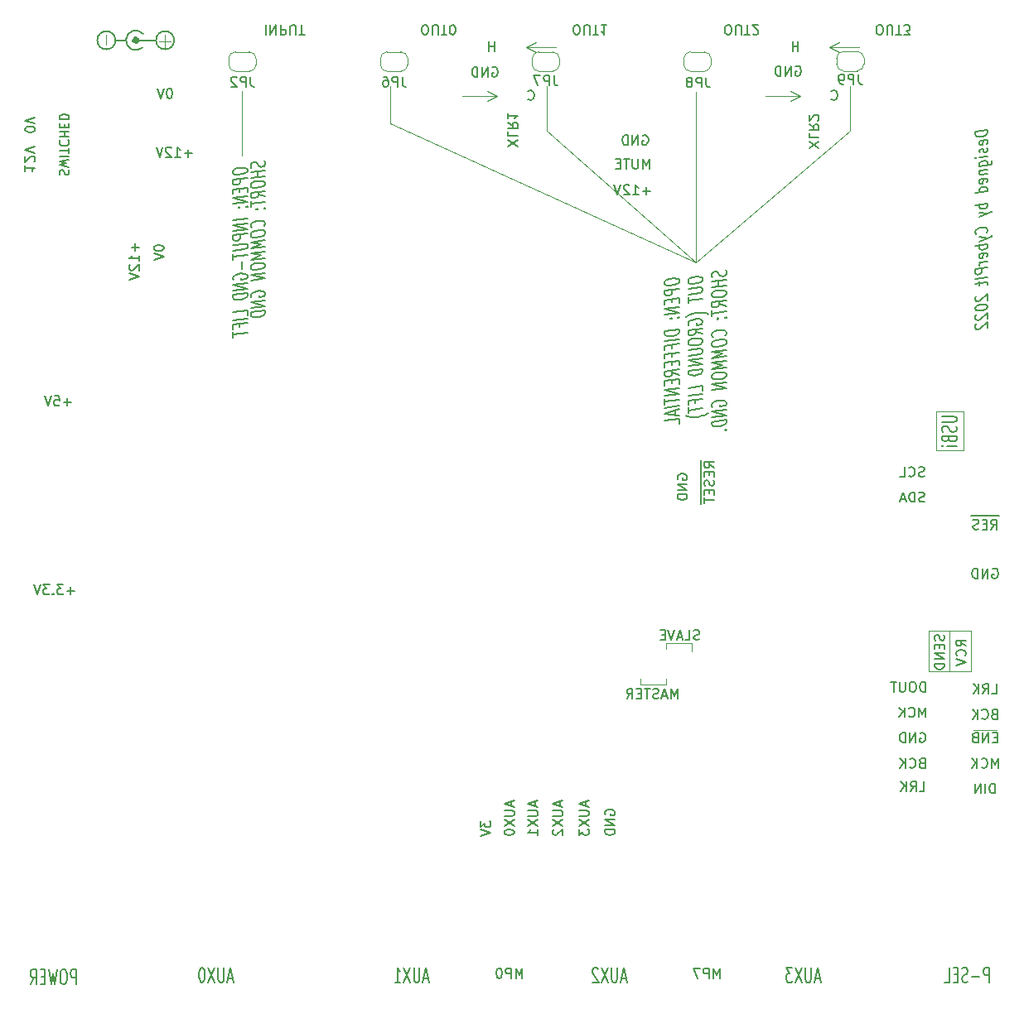
<source format=gbo>
G04 #@! TF.GenerationSoftware,KiCad,Pcbnew,(5.1.9-0-10_14)*
G04 #@! TF.CreationDate,2022-01-16T01:15:19+09:00*
G04 #@! TF.ProjectId,FreeDSP_Catamaran,46726565-4453-4505-9f43-6174616d6172,rev?*
G04 #@! TF.SameCoordinates,Original*
G04 #@! TF.FileFunction,Legend,Bot*
G04 #@! TF.FilePolarity,Positive*
%FSLAX46Y46*%
G04 Gerber Fmt 4.6, Leading zero omitted, Abs format (unit mm)*
G04 Created by KiCad (PCBNEW (5.1.9-0-10_14)) date 2022-01-16 01:15:19*
%MOMM*%
%LPD*%
G01*
G04 APERTURE LIST*
%ADD10C,0.150000*%
%ADD11C,0.120000*%
%ADD12C,0.200000*%
%ADD13C,0.500000*%
%ADD14C,0.100000*%
%ADD15C,4.200000*%
%ADD16C,1.800000*%
%ADD17O,1.950000X1.700000*%
%ADD18R,1.524000X1.524000*%
%ADD19C,1.600000*%
%ADD20R,1.600000X1.600000*%
%ADD21O,1.700000X1.700000*%
%ADD22R,1.700000X1.700000*%
%ADD23R,5.000000X3.000000*%
%ADD24R,3.000000X4.000000*%
%ADD25O,1.800000X2.700000*%
%ADD26C,1.700000*%
%ADD27R,3.500000X3.500000*%
%ADD28C,2.100000*%
%ADD29C,1.750000*%
%ADD30C,0.800000*%
%ADD31C,6.400000*%
%ADD32R,1.635000X1.635000*%
%ADD33C,1.635000*%
%ADD34O,1.740000X2.190000*%
G04 APERTURE END LIST*
D10*
X53845238Y-56107142D02*
X53797619Y-55978571D01*
X53797619Y-55764285D01*
X53845238Y-55678571D01*
X53892857Y-55635714D01*
X53988095Y-55592857D01*
X54083333Y-55592857D01*
X54178571Y-55635714D01*
X54226190Y-55678571D01*
X54273809Y-55764285D01*
X54321428Y-55935714D01*
X54369047Y-56021428D01*
X54416666Y-56064285D01*
X54511904Y-56107142D01*
X54607142Y-56107142D01*
X54702380Y-56064285D01*
X54750000Y-56021428D01*
X54797619Y-55935714D01*
X54797619Y-55721428D01*
X54750000Y-55592857D01*
X54797619Y-55292857D02*
X53797619Y-55078571D01*
X54511904Y-54907142D01*
X53797619Y-54735714D01*
X54797619Y-54521428D01*
X53797619Y-54178571D02*
X54797619Y-54178571D01*
X54797619Y-53878571D02*
X54797619Y-53364285D01*
X53797619Y-53621428D02*
X54797619Y-53621428D01*
X53892857Y-52550000D02*
X53845238Y-52592857D01*
X53797619Y-52721428D01*
X53797619Y-52807142D01*
X53845238Y-52935714D01*
X53940476Y-53021428D01*
X54035714Y-53064285D01*
X54226190Y-53107142D01*
X54369047Y-53107142D01*
X54559523Y-53064285D01*
X54654761Y-53021428D01*
X54750000Y-52935714D01*
X54797619Y-52807142D01*
X54797619Y-52721428D01*
X54750000Y-52592857D01*
X54702380Y-52550000D01*
X53797619Y-52164285D02*
X54797619Y-52164285D01*
X54321428Y-52164285D02*
X54321428Y-51650000D01*
X53797619Y-51650000D02*
X54797619Y-51650000D01*
X54321428Y-51221428D02*
X54321428Y-50921428D01*
X53797619Y-50792857D02*
X53797619Y-51221428D01*
X54797619Y-51221428D01*
X54797619Y-50792857D01*
X53797619Y-50407142D02*
X54797619Y-50407142D01*
X54797619Y-50192857D01*
X54750000Y-50064285D01*
X54654761Y-49978571D01*
X54559523Y-49935714D01*
X54369047Y-49892857D01*
X54226190Y-49892857D01*
X54035714Y-49935714D01*
X53940476Y-49978571D01*
X53845238Y-50064285D01*
X53797619Y-50192857D01*
X53797619Y-50407142D01*
D11*
X118872000Y-65024000D02*
X134620000Y-51562000D01*
X103632000Y-51562000D02*
X118872000Y-65024000D01*
D10*
X74775142Y-54650663D02*
X74846571Y-54784592D01*
X74846571Y-55022687D01*
X74775142Y-55126854D01*
X74703714Y-55183401D01*
X74560857Y-55248877D01*
X74418000Y-55266735D01*
X74275142Y-55236973D01*
X74203714Y-55198282D01*
X74132285Y-55111973D01*
X74060857Y-54930425D01*
X73989428Y-54844116D01*
X73918000Y-54805425D01*
X73775142Y-54775663D01*
X73632285Y-54793520D01*
X73489428Y-54858997D01*
X73418000Y-54915544D01*
X73346571Y-55019711D01*
X73346571Y-55257806D01*
X73418000Y-55391735D01*
X74846571Y-55641735D02*
X73346571Y-55829235D01*
X74060857Y-55739949D02*
X74060857Y-56311377D01*
X74846571Y-56213163D02*
X73346571Y-56400663D01*
X73346571Y-57067330D02*
X73346571Y-57257806D01*
X73418000Y-57344116D01*
X73560857Y-57421497D01*
X73846571Y-57433401D01*
X74346571Y-57370901D01*
X74632285Y-57287568D01*
X74775142Y-57174473D01*
X74846571Y-57070306D01*
X74846571Y-56879830D01*
X74775142Y-56793520D01*
X74632285Y-56716139D01*
X74346571Y-56704235D01*
X73846571Y-56766735D01*
X73560857Y-56850068D01*
X73418000Y-56963163D01*
X73346571Y-57067330D01*
X74846571Y-58308401D02*
X74132285Y-58064354D01*
X74846571Y-57736973D02*
X73346571Y-57924473D01*
X73346571Y-58305425D01*
X73418000Y-58391735D01*
X73489428Y-58430425D01*
X73632285Y-58460187D01*
X73846571Y-58433401D01*
X73989428Y-58367925D01*
X74060857Y-58311377D01*
X74132285Y-58207211D01*
X74132285Y-57826258D01*
X73346571Y-58781616D02*
X73346571Y-59353044D01*
X74846571Y-58879830D02*
X73346571Y-59067330D01*
X74703714Y-59516735D02*
X74775142Y-59555425D01*
X74846571Y-59498877D01*
X74775142Y-59460187D01*
X74703714Y-59516735D01*
X74846571Y-59498877D01*
X73918000Y-59614949D02*
X73989428Y-59653639D01*
X74060857Y-59597092D01*
X73989428Y-59558401D01*
X73918000Y-59614949D01*
X74060857Y-59597092D01*
X74703714Y-61326258D02*
X74775142Y-61269711D01*
X74846571Y-61117925D01*
X74846571Y-61022687D01*
X74775142Y-60888758D01*
X74632285Y-60811377D01*
X74489428Y-60781616D01*
X74203714Y-60769711D01*
X73989428Y-60796497D01*
X73703714Y-60879830D01*
X73560857Y-60945306D01*
X73418000Y-61058401D01*
X73346571Y-61210187D01*
X73346571Y-61305425D01*
X73418000Y-61439354D01*
X73489428Y-61478044D01*
X73346571Y-62114949D02*
X73346571Y-62305425D01*
X73418000Y-62391735D01*
X73560857Y-62469116D01*
X73846571Y-62481020D01*
X74346571Y-62418520D01*
X74632285Y-62335187D01*
X74775142Y-62222092D01*
X74846571Y-62117925D01*
X74846571Y-61927449D01*
X74775142Y-61841139D01*
X74632285Y-61763758D01*
X74346571Y-61751854D01*
X73846571Y-61814354D01*
X73560857Y-61897687D01*
X73418000Y-62010782D01*
X73346571Y-62114949D01*
X74846571Y-62784592D02*
X73346571Y-62972092D01*
X74418000Y-63171497D01*
X73346571Y-63638758D01*
X74846571Y-63451258D01*
X74846571Y-63927449D02*
X73346571Y-64114949D01*
X74418000Y-64314354D01*
X73346571Y-64781616D01*
X74846571Y-64594116D01*
X73346571Y-65448282D02*
X73346571Y-65638758D01*
X73418000Y-65725068D01*
X73560857Y-65802449D01*
X73846571Y-65814354D01*
X74346571Y-65751854D01*
X74632285Y-65668520D01*
X74775142Y-65555425D01*
X74846571Y-65451258D01*
X74846571Y-65260782D01*
X74775142Y-65174473D01*
X74632285Y-65097092D01*
X74346571Y-65085187D01*
X73846571Y-65147687D01*
X73560857Y-65231020D01*
X73418000Y-65344116D01*
X73346571Y-65448282D01*
X74846571Y-66117925D02*
X73346571Y-66305425D01*
X74846571Y-66689354D01*
X73346571Y-66876854D01*
X73418000Y-68629830D02*
X73346571Y-68543520D01*
X73346571Y-68400663D01*
X73418000Y-68248877D01*
X73560857Y-68135782D01*
X73703714Y-68070306D01*
X73989428Y-67986973D01*
X74203714Y-67960187D01*
X74489428Y-67972092D01*
X74632285Y-68001854D01*
X74775142Y-68079235D01*
X74846571Y-68213163D01*
X74846571Y-68308401D01*
X74775142Y-68460187D01*
X74703714Y-68516735D01*
X74203714Y-68579235D01*
X74203714Y-68388758D01*
X74846571Y-68927449D02*
X73346571Y-69114949D01*
X74846571Y-69498877D01*
X73346571Y-69686377D01*
X74846571Y-69975068D02*
X73346571Y-70162568D01*
X73346571Y-70400663D01*
X73418000Y-70534592D01*
X73560857Y-70611973D01*
X73703714Y-70641735D01*
X73989428Y-70653639D01*
X74203714Y-70626854D01*
X74489428Y-70543520D01*
X74632285Y-70478044D01*
X74775142Y-70364949D01*
X74846571Y-70213163D01*
X74846571Y-69975068D01*
X71505071Y-55718282D02*
X71505071Y-55908758D01*
X71576500Y-55995068D01*
X71719357Y-56072449D01*
X72005071Y-56084354D01*
X72505071Y-56021854D01*
X72790785Y-55938520D01*
X72933642Y-55825425D01*
X73005071Y-55721258D01*
X73005071Y-55530782D01*
X72933642Y-55444473D01*
X72790785Y-55367092D01*
X72505071Y-55355187D01*
X72005071Y-55417687D01*
X71719357Y-55501020D01*
X71576500Y-55614116D01*
X71505071Y-55718282D01*
X73005071Y-56387925D02*
X71505071Y-56575425D01*
X71505071Y-56956377D01*
X71576500Y-57042687D01*
X71647928Y-57081377D01*
X71790785Y-57111139D01*
X72005071Y-57084354D01*
X72147928Y-57018877D01*
X72219357Y-56962330D01*
X72290785Y-56858163D01*
X72290785Y-56477211D01*
X72219357Y-57486139D02*
X72219357Y-57819473D01*
X73005071Y-57864116D02*
X73005071Y-57387925D01*
X71505071Y-57575425D01*
X71505071Y-58051616D01*
X73005071Y-58292687D02*
X71505071Y-58480187D01*
X73005071Y-58864116D01*
X71505071Y-59051616D01*
X72862214Y-59358163D02*
X72933642Y-59396854D01*
X73005071Y-59340306D01*
X72933642Y-59301616D01*
X72862214Y-59358163D01*
X73005071Y-59340306D01*
X72076500Y-59456377D02*
X72147928Y-59495068D01*
X72219357Y-59438520D01*
X72147928Y-59399830D01*
X72076500Y-59456377D01*
X72219357Y-59438520D01*
X73005071Y-60578401D02*
X71505071Y-60765901D01*
X73005071Y-61054592D02*
X71505071Y-61242092D01*
X73005071Y-61626020D01*
X71505071Y-61813520D01*
X73005071Y-62102211D02*
X71505071Y-62289711D01*
X71505071Y-62670663D01*
X71576500Y-62756973D01*
X71647928Y-62795663D01*
X71790785Y-62825425D01*
X72005071Y-62798639D01*
X72147928Y-62733163D01*
X72219357Y-62676616D01*
X72290785Y-62572449D01*
X72290785Y-62191497D01*
X71505071Y-63289711D02*
X72719357Y-63137925D01*
X72862214Y-63167687D01*
X72933642Y-63206377D01*
X73005071Y-63292687D01*
X73005071Y-63483163D01*
X72933642Y-63587330D01*
X72862214Y-63643877D01*
X72719357Y-63709354D01*
X71505071Y-63861139D01*
X71505071Y-64194473D02*
X71505071Y-64765901D01*
X73005071Y-64292687D02*
X71505071Y-64480187D01*
X72433642Y-64983163D02*
X72433642Y-65745068D01*
X71576500Y-66852211D02*
X71505071Y-66765901D01*
X71505071Y-66623044D01*
X71576500Y-66471258D01*
X71719357Y-66358163D01*
X71862214Y-66292687D01*
X72147928Y-66209354D01*
X72362214Y-66182568D01*
X72647928Y-66194473D01*
X72790785Y-66224235D01*
X72933642Y-66301616D01*
X73005071Y-66435544D01*
X73005071Y-66530782D01*
X72933642Y-66682568D01*
X72862214Y-66739116D01*
X72362214Y-66801616D01*
X72362214Y-66611139D01*
X73005071Y-67149830D02*
X71505071Y-67337330D01*
X73005071Y-67721258D01*
X71505071Y-67908758D01*
X73005071Y-68197449D02*
X71505071Y-68384949D01*
X71505071Y-68623044D01*
X71576500Y-68756973D01*
X71719357Y-68834354D01*
X71862214Y-68864116D01*
X72147928Y-68876020D01*
X72362214Y-68849235D01*
X72647928Y-68765901D01*
X72790785Y-68700425D01*
X72933642Y-68587330D01*
X73005071Y-68435544D01*
X73005071Y-68197449D01*
X73005071Y-70435544D02*
X73005071Y-69959354D01*
X71505071Y-70146854D01*
X73005071Y-70768877D02*
X71505071Y-70956377D01*
X72219357Y-71676616D02*
X72219357Y-71343282D01*
X73005071Y-71245068D02*
X71505071Y-71432568D01*
X71505071Y-71908758D01*
X71505071Y-72146854D02*
X71505071Y-72718282D01*
X73005071Y-72245068D02*
X71505071Y-72432568D01*
X115650571Y-67044949D02*
X115650571Y-67235425D01*
X115722000Y-67321735D01*
X115864857Y-67399116D01*
X116150571Y-67411020D01*
X116650571Y-67348520D01*
X116936285Y-67265187D01*
X117079142Y-67152092D01*
X117150571Y-67047925D01*
X117150571Y-66857449D01*
X117079142Y-66771139D01*
X116936285Y-66693758D01*
X116650571Y-66681854D01*
X116150571Y-66744354D01*
X115864857Y-66827687D01*
X115722000Y-66940782D01*
X115650571Y-67044949D01*
X117150571Y-67714592D02*
X115650571Y-67902092D01*
X115650571Y-68283044D01*
X115722000Y-68369354D01*
X115793428Y-68408044D01*
X115936285Y-68437806D01*
X116150571Y-68411020D01*
X116293428Y-68345544D01*
X116364857Y-68288997D01*
X116436285Y-68184830D01*
X116436285Y-67803877D01*
X116364857Y-68812806D02*
X116364857Y-69146139D01*
X117150571Y-69190782D02*
X117150571Y-68714592D01*
X115650571Y-68902092D01*
X115650571Y-69378282D01*
X117150571Y-69619354D02*
X115650571Y-69806854D01*
X117150571Y-70190782D01*
X115650571Y-70378282D01*
X117007714Y-70684830D02*
X117079142Y-70723520D01*
X117150571Y-70666973D01*
X117079142Y-70628282D01*
X117007714Y-70684830D01*
X117150571Y-70666973D01*
X116222000Y-70783044D02*
X116293428Y-70821735D01*
X116364857Y-70765187D01*
X116293428Y-70726497D01*
X116222000Y-70783044D01*
X116364857Y-70765187D01*
X117150571Y-71905068D02*
X115650571Y-72092568D01*
X115650571Y-72330663D01*
X115722000Y-72464592D01*
X115864857Y-72541973D01*
X116007714Y-72571735D01*
X116293428Y-72583639D01*
X116507714Y-72556854D01*
X116793428Y-72473520D01*
X116936285Y-72408044D01*
X117079142Y-72294949D01*
X117150571Y-72143163D01*
X117150571Y-71905068D01*
X117150571Y-72905068D02*
X115650571Y-73092568D01*
X116364857Y-73812806D02*
X116364857Y-73479473D01*
X117150571Y-73381258D02*
X115650571Y-73568758D01*
X115650571Y-74044949D01*
X116364857Y-74669949D02*
X116364857Y-74336616D01*
X117150571Y-74238401D02*
X115650571Y-74425901D01*
X115650571Y-74902092D01*
X116364857Y-75193758D02*
X116364857Y-75527092D01*
X117150571Y-75571735D02*
X117150571Y-75095544D01*
X115650571Y-75283044D01*
X115650571Y-75759235D01*
X117150571Y-76571735D02*
X116436285Y-76327687D01*
X117150571Y-76000306D02*
X115650571Y-76187806D01*
X115650571Y-76568758D01*
X115722000Y-76655068D01*
X115793428Y-76693758D01*
X115936285Y-76723520D01*
X116150571Y-76696735D01*
X116293428Y-76631258D01*
X116364857Y-76574711D01*
X116436285Y-76470544D01*
X116436285Y-76089592D01*
X116364857Y-77098520D02*
X116364857Y-77431854D01*
X117150571Y-77476497D02*
X117150571Y-77000306D01*
X115650571Y-77187806D01*
X115650571Y-77663997D01*
X117150571Y-77905068D02*
X115650571Y-78092568D01*
X117150571Y-78476497D01*
X115650571Y-78663997D01*
X115650571Y-78997330D02*
X115650571Y-79568758D01*
X117150571Y-79095544D02*
X115650571Y-79283044D01*
X117150571Y-79714592D02*
X115650571Y-79902092D01*
X116722000Y-80196735D02*
X116722000Y-80672925D01*
X117150571Y-80047925D02*
X115650571Y-80568758D01*
X117150571Y-80714592D01*
X117150571Y-81524116D02*
X117150571Y-81047925D01*
X115650571Y-81235425D01*
X118050571Y-66878282D02*
X118050571Y-67068758D01*
X118122000Y-67155068D01*
X118264857Y-67232449D01*
X118550571Y-67244354D01*
X119050571Y-67181854D01*
X119336285Y-67098520D01*
X119479142Y-66985425D01*
X119550571Y-66881258D01*
X119550571Y-66690782D01*
X119479142Y-66604473D01*
X119336285Y-66527092D01*
X119050571Y-66515187D01*
X118550571Y-66577687D01*
X118264857Y-66661020D01*
X118122000Y-66774116D01*
X118050571Y-66878282D01*
X118050571Y-67735425D02*
X119264857Y-67583639D01*
X119407714Y-67613401D01*
X119479142Y-67652092D01*
X119550571Y-67738401D01*
X119550571Y-67928877D01*
X119479142Y-68033044D01*
X119407714Y-68089592D01*
X119264857Y-68155068D01*
X118050571Y-68306854D01*
X118050571Y-68640187D02*
X118050571Y-69211616D01*
X119550571Y-68738401D02*
X118050571Y-68925901D01*
X120122000Y-70333639D02*
X120050571Y-70294949D01*
X119836285Y-70226497D01*
X119693428Y-70196735D01*
X119479142Y-70175901D01*
X119122000Y-70172925D01*
X118836285Y-70208639D01*
X118479142Y-70300901D01*
X118264857Y-70375306D01*
X118122000Y-70440782D01*
X117907714Y-70562806D01*
X117836285Y-70619354D01*
X118122000Y-71488401D02*
X118050571Y-71402092D01*
X118050571Y-71259235D01*
X118122000Y-71107449D01*
X118264857Y-70994354D01*
X118407714Y-70928877D01*
X118693428Y-70845544D01*
X118907714Y-70818758D01*
X119193428Y-70830663D01*
X119336285Y-70860425D01*
X119479142Y-70937806D01*
X119550571Y-71071735D01*
X119550571Y-71166973D01*
X119479142Y-71318758D01*
X119407714Y-71375306D01*
X118907714Y-71437806D01*
X118907714Y-71247330D01*
X119550571Y-72357449D02*
X118836285Y-72113401D01*
X119550571Y-71786020D02*
X118050571Y-71973520D01*
X118050571Y-72354473D01*
X118122000Y-72440782D01*
X118193428Y-72479473D01*
X118336285Y-72509235D01*
X118550571Y-72482449D01*
X118693428Y-72416973D01*
X118764857Y-72360425D01*
X118836285Y-72256258D01*
X118836285Y-71875306D01*
X118050571Y-73163997D02*
X118050571Y-73354473D01*
X118122000Y-73440782D01*
X118264857Y-73518163D01*
X118550571Y-73530068D01*
X119050571Y-73467568D01*
X119336285Y-73384235D01*
X119479142Y-73271139D01*
X119550571Y-73166973D01*
X119550571Y-72976497D01*
X119479142Y-72890187D01*
X119336285Y-72812806D01*
X119050571Y-72800901D01*
X118550571Y-72863401D01*
X118264857Y-72946735D01*
X118122000Y-73059830D01*
X118050571Y-73163997D01*
X118050571Y-74021139D02*
X119264857Y-73869354D01*
X119407714Y-73899116D01*
X119479142Y-73937806D01*
X119550571Y-74024116D01*
X119550571Y-74214592D01*
X119479142Y-74318758D01*
X119407714Y-74375306D01*
X119264857Y-74440782D01*
X118050571Y-74592568D01*
X119550571Y-74881258D02*
X118050571Y-75068758D01*
X119550571Y-75452687D01*
X118050571Y-75640187D01*
X119550571Y-75928877D02*
X118050571Y-76116377D01*
X118050571Y-76354473D01*
X118122000Y-76488401D01*
X118264857Y-76565782D01*
X118407714Y-76595544D01*
X118693428Y-76607449D01*
X118907714Y-76580663D01*
X119193428Y-76497330D01*
X119336285Y-76431854D01*
X119479142Y-76318758D01*
X119550571Y-76166973D01*
X119550571Y-75928877D01*
X119550571Y-78166973D02*
X119550571Y-77690782D01*
X118050571Y-77878282D01*
X119550571Y-78500306D02*
X118050571Y-78687806D01*
X118764857Y-79408044D02*
X118764857Y-79074711D01*
X119550571Y-78976497D02*
X118050571Y-79163997D01*
X118050571Y-79640187D01*
X118050571Y-79878282D02*
X118050571Y-80449711D01*
X119550571Y-79976497D02*
X118050571Y-80163997D01*
X120122000Y-80428877D02*
X120050571Y-80485425D01*
X119836285Y-80607449D01*
X119693428Y-80672925D01*
X119479142Y-80747330D01*
X119122000Y-80839592D01*
X118836285Y-80875306D01*
X118479142Y-80872330D01*
X118264857Y-80851497D01*
X118122000Y-80821735D01*
X117907714Y-80753282D01*
X117836285Y-80714592D01*
X121879142Y-65842568D02*
X121950571Y-65976497D01*
X121950571Y-66214592D01*
X121879142Y-66318758D01*
X121807714Y-66375306D01*
X121664857Y-66440782D01*
X121522000Y-66458639D01*
X121379142Y-66428877D01*
X121307714Y-66390187D01*
X121236285Y-66303877D01*
X121164857Y-66122330D01*
X121093428Y-66036020D01*
X121022000Y-65997330D01*
X120879142Y-65967568D01*
X120736285Y-65985425D01*
X120593428Y-66050901D01*
X120522000Y-66107449D01*
X120450571Y-66211616D01*
X120450571Y-66449711D01*
X120522000Y-66583639D01*
X121950571Y-66833639D02*
X120450571Y-67021139D01*
X121164857Y-66931854D02*
X121164857Y-67503282D01*
X121950571Y-67405068D02*
X120450571Y-67592568D01*
X120450571Y-68259235D02*
X120450571Y-68449711D01*
X120522000Y-68536020D01*
X120664857Y-68613401D01*
X120950571Y-68625306D01*
X121450571Y-68562806D01*
X121736285Y-68479473D01*
X121879142Y-68366377D01*
X121950571Y-68262211D01*
X121950571Y-68071735D01*
X121879142Y-67985425D01*
X121736285Y-67908044D01*
X121450571Y-67896139D01*
X120950571Y-67958639D01*
X120664857Y-68041973D01*
X120522000Y-68155068D01*
X120450571Y-68259235D01*
X121950571Y-69500306D02*
X121236285Y-69256258D01*
X121950571Y-68928877D02*
X120450571Y-69116377D01*
X120450571Y-69497330D01*
X120522000Y-69583639D01*
X120593428Y-69622330D01*
X120736285Y-69652092D01*
X120950571Y-69625306D01*
X121093428Y-69559830D01*
X121164857Y-69503282D01*
X121236285Y-69399116D01*
X121236285Y-69018163D01*
X120450571Y-69973520D02*
X120450571Y-70544949D01*
X121950571Y-70071735D02*
X120450571Y-70259235D01*
X121807714Y-70708639D02*
X121879142Y-70747330D01*
X121950571Y-70690782D01*
X121879142Y-70652092D01*
X121807714Y-70708639D01*
X121950571Y-70690782D01*
X121022000Y-70806854D02*
X121093428Y-70845544D01*
X121164857Y-70788997D01*
X121093428Y-70750306D01*
X121022000Y-70806854D01*
X121164857Y-70788997D01*
X121807714Y-72518163D02*
X121879142Y-72461616D01*
X121950571Y-72309830D01*
X121950571Y-72214592D01*
X121879142Y-72080663D01*
X121736285Y-72003282D01*
X121593428Y-71973520D01*
X121307714Y-71961616D01*
X121093428Y-71988401D01*
X120807714Y-72071735D01*
X120664857Y-72137211D01*
X120522000Y-72250306D01*
X120450571Y-72402092D01*
X120450571Y-72497330D01*
X120522000Y-72631258D01*
X120593428Y-72669949D01*
X120450571Y-73306854D02*
X120450571Y-73497330D01*
X120522000Y-73583639D01*
X120664857Y-73661020D01*
X120950571Y-73672925D01*
X121450571Y-73610425D01*
X121736285Y-73527092D01*
X121879142Y-73413997D01*
X121950571Y-73309830D01*
X121950571Y-73119354D01*
X121879142Y-73033044D01*
X121736285Y-72955663D01*
X121450571Y-72943758D01*
X120950571Y-73006258D01*
X120664857Y-73089592D01*
X120522000Y-73202687D01*
X120450571Y-73306854D01*
X121950571Y-73976497D02*
X120450571Y-74163997D01*
X121522000Y-74363401D01*
X120450571Y-74830663D01*
X121950571Y-74643163D01*
X121950571Y-75119354D02*
X120450571Y-75306854D01*
X121522000Y-75506258D01*
X120450571Y-75973520D01*
X121950571Y-75786020D01*
X120450571Y-76640187D02*
X120450571Y-76830663D01*
X120522000Y-76916973D01*
X120664857Y-76994354D01*
X120950571Y-77006258D01*
X121450571Y-76943758D01*
X121736285Y-76860425D01*
X121879142Y-76747330D01*
X121950571Y-76643163D01*
X121950571Y-76452687D01*
X121879142Y-76366377D01*
X121736285Y-76288997D01*
X121450571Y-76277092D01*
X120950571Y-76339592D01*
X120664857Y-76422925D01*
X120522000Y-76536020D01*
X120450571Y-76640187D01*
X121950571Y-77309830D02*
X120450571Y-77497330D01*
X121950571Y-77881258D01*
X120450571Y-78068758D01*
X120522000Y-79821735D02*
X120450571Y-79735425D01*
X120450571Y-79592568D01*
X120522000Y-79440782D01*
X120664857Y-79327687D01*
X120807714Y-79262211D01*
X121093428Y-79178877D01*
X121307714Y-79152092D01*
X121593428Y-79163997D01*
X121736285Y-79193758D01*
X121879142Y-79271139D01*
X121950571Y-79405068D01*
X121950571Y-79500306D01*
X121879142Y-79652092D01*
X121807714Y-79708639D01*
X121307714Y-79771139D01*
X121307714Y-79580663D01*
X121950571Y-80119354D02*
X120450571Y-80306854D01*
X121950571Y-80690782D01*
X120450571Y-80878282D01*
X121950571Y-81166973D02*
X120450571Y-81354473D01*
X120450571Y-81592568D01*
X120522000Y-81726497D01*
X120664857Y-81803877D01*
X120807714Y-81833639D01*
X121093428Y-81845544D01*
X121307714Y-81818758D01*
X121593428Y-81735425D01*
X121736285Y-81669949D01*
X121879142Y-81556854D01*
X121950571Y-81405068D01*
X121950571Y-81166973D01*
X121807714Y-82184830D02*
X121879142Y-82223520D01*
X121950571Y-82166973D01*
X121879142Y-82128282D01*
X121807714Y-82184830D01*
X121950571Y-82166973D01*
D11*
X72453500Y-47498000D02*
X72453500Y-54102000D01*
X118872000Y-47625000D02*
X118872000Y-65024000D01*
X103632000Y-46990000D02*
X103632000Y-51562000D01*
X87630000Y-50800000D02*
X87630000Y-46990000D01*
X118872000Y-65024000D02*
X87630000Y-50800000D01*
X134620000Y-46990000D02*
X134620000Y-51562000D01*
D10*
X63460380Y-63531809D02*
X63460380Y-63627047D01*
X63508000Y-63722285D01*
X63555619Y-63769904D01*
X63650857Y-63817523D01*
X63841333Y-63865142D01*
X64079428Y-63865142D01*
X64269904Y-63817523D01*
X64365142Y-63769904D01*
X64412761Y-63722285D01*
X64460380Y-63627047D01*
X64460380Y-63531809D01*
X64412761Y-63436571D01*
X64365142Y-63388952D01*
X64269904Y-63341333D01*
X64079428Y-63293714D01*
X63841333Y-63293714D01*
X63650857Y-63341333D01*
X63555619Y-63388952D01*
X63508000Y-63436571D01*
X63460380Y-63531809D01*
X63460380Y-64150857D02*
X64460380Y-64484190D01*
X63460380Y-64817523D01*
X61539428Y-63135095D02*
X61539428Y-63897000D01*
X61920380Y-63516047D02*
X61158476Y-63516047D01*
X61920380Y-64897000D02*
X61920380Y-64325571D01*
X61920380Y-64611285D02*
X60920380Y-64611285D01*
X61063238Y-64516047D01*
X61158476Y-64420809D01*
X61206095Y-64325571D01*
X61015619Y-65277952D02*
X60968000Y-65325571D01*
X60920380Y-65420809D01*
X60920380Y-65658904D01*
X60968000Y-65754142D01*
X61015619Y-65801761D01*
X61110857Y-65849380D01*
X61206095Y-65849380D01*
X61348952Y-65801761D01*
X61920380Y-65230333D01*
X61920380Y-65849380D01*
X60920380Y-66135095D02*
X61920380Y-66468428D01*
X60920380Y-66801761D01*
X114156904Y-57729428D02*
X113395000Y-57729428D01*
X113775952Y-58110380D02*
X113775952Y-57348476D01*
X112395000Y-58110380D02*
X112966428Y-58110380D01*
X112680714Y-58110380D02*
X112680714Y-57110380D01*
X112775952Y-57253238D01*
X112871190Y-57348476D01*
X112966428Y-57396095D01*
X112014047Y-57205619D02*
X111966428Y-57158000D01*
X111871190Y-57110380D01*
X111633095Y-57110380D01*
X111537857Y-57158000D01*
X111490238Y-57205619D01*
X111442619Y-57300857D01*
X111442619Y-57396095D01*
X111490238Y-57538952D01*
X112061666Y-58110380D01*
X111442619Y-58110380D01*
X111156904Y-57110380D02*
X110823571Y-58110380D01*
X110490238Y-57110380D01*
X114085476Y-55443380D02*
X114085476Y-54443380D01*
X113752142Y-55157666D01*
X113418809Y-54443380D01*
X113418809Y-55443380D01*
X112942619Y-54443380D02*
X112942619Y-55252904D01*
X112895000Y-55348142D01*
X112847380Y-55395761D01*
X112752142Y-55443380D01*
X112561666Y-55443380D01*
X112466428Y-55395761D01*
X112418809Y-55348142D01*
X112371190Y-55252904D01*
X112371190Y-54443380D01*
X112037857Y-54443380D02*
X111466428Y-54443380D01*
X111752142Y-55443380D02*
X111752142Y-54443380D01*
X111133095Y-54919571D02*
X110799761Y-54919571D01*
X110656904Y-55443380D02*
X111133095Y-55443380D01*
X111133095Y-54443380D01*
X110656904Y-54443380D01*
X113410904Y-52078000D02*
X113506142Y-52030380D01*
X113649000Y-52030380D01*
X113791857Y-52078000D01*
X113887095Y-52173238D01*
X113934714Y-52268476D01*
X113982333Y-52458952D01*
X113982333Y-52601809D01*
X113934714Y-52792285D01*
X113887095Y-52887523D01*
X113791857Y-52982761D01*
X113649000Y-53030380D01*
X113553761Y-53030380D01*
X113410904Y-52982761D01*
X113363285Y-52935142D01*
X113363285Y-52601809D01*
X113553761Y-52601809D01*
X112934714Y-53030380D02*
X112934714Y-52030380D01*
X112363285Y-53030380D01*
X112363285Y-52030380D01*
X111887095Y-53030380D02*
X111887095Y-52030380D01*
X111649000Y-52030380D01*
X111506142Y-52078000D01*
X111410904Y-52173238D01*
X111363285Y-52268476D01*
X111315666Y-52458952D01*
X111315666Y-52601809D01*
X111363285Y-52792285D01*
X111410904Y-52887523D01*
X111506142Y-52982761D01*
X111649000Y-53030380D01*
X111887095Y-53030380D01*
X100623619Y-53149285D02*
X99623619Y-52482619D01*
X100623619Y-52482619D02*
X99623619Y-53149285D01*
X99623619Y-51625476D02*
X99623619Y-52101666D01*
X100623619Y-52101666D01*
X99623619Y-50720714D02*
X100099809Y-51054047D01*
X99623619Y-51292142D02*
X100623619Y-51292142D01*
X100623619Y-50911190D01*
X100576000Y-50815952D01*
X100528380Y-50768333D01*
X100433142Y-50720714D01*
X100290285Y-50720714D01*
X100195047Y-50768333D01*
X100147428Y-50815952D01*
X100099809Y-50911190D01*
X100099809Y-51292142D01*
X99623619Y-49768333D02*
X99623619Y-50339761D01*
X99623619Y-50054047D02*
X100623619Y-50054047D01*
X100480761Y-50149285D01*
X100385523Y-50244523D01*
X100337904Y-50339761D01*
X131421119Y-53339785D02*
X130421119Y-52673119D01*
X131421119Y-52673119D02*
X130421119Y-53339785D01*
X130421119Y-51815976D02*
X130421119Y-52292166D01*
X131421119Y-52292166D01*
X130421119Y-50911214D02*
X130897309Y-51244547D01*
X130421119Y-51482642D02*
X131421119Y-51482642D01*
X131421119Y-51101690D01*
X131373500Y-51006452D01*
X131325880Y-50958833D01*
X131230642Y-50911214D01*
X131087785Y-50911214D01*
X130992547Y-50958833D01*
X130944928Y-51006452D01*
X130897309Y-51101690D01*
X130897309Y-51482642D01*
X131325880Y-50530261D02*
X131373500Y-50482642D01*
X131421119Y-50387404D01*
X131421119Y-50149309D01*
X131373500Y-50054071D01*
X131325880Y-50006452D01*
X131230642Y-49958833D01*
X131135404Y-49958833D01*
X130992547Y-50006452D01*
X130421119Y-50577880D01*
X130421119Y-49958833D01*
D11*
X129500000Y-48000000D02*
X128500000Y-47500000D01*
X129500000Y-48000000D02*
X128500000Y-48500000D01*
X129500000Y-48000000D02*
X126000000Y-48000000D01*
X132500000Y-43000000D02*
X133500000Y-43500000D01*
X132500000Y-43000000D02*
X133500000Y-42500000D01*
X135500000Y-43000000D02*
X132500000Y-43000000D01*
X101500000Y-43000000D02*
X102500000Y-43500000D01*
X101500000Y-43000000D02*
X102500000Y-42500000D01*
X104500000Y-43000000D02*
X101500000Y-43000000D01*
X98500000Y-48000000D02*
X97500000Y-47500000D01*
X98500000Y-48000000D02*
X97500000Y-48500000D01*
X95000000Y-48000000D02*
X98500000Y-48000000D01*
D10*
X132690476Y-48357142D02*
X132738095Y-48404761D01*
X132880952Y-48452380D01*
X132976190Y-48452380D01*
X133119047Y-48404761D01*
X133214285Y-48309523D01*
X133261904Y-48214285D01*
X133309523Y-48023809D01*
X133309523Y-47880952D01*
X133261904Y-47690476D01*
X133214285Y-47595238D01*
X133119047Y-47500000D01*
X132976190Y-47452380D01*
X132880952Y-47452380D01*
X132738095Y-47500000D01*
X132690476Y-47547619D01*
X129031904Y-45000000D02*
X129127142Y-44952380D01*
X129270000Y-44952380D01*
X129412857Y-45000000D01*
X129508095Y-45095238D01*
X129555714Y-45190476D01*
X129603333Y-45380952D01*
X129603333Y-45523809D01*
X129555714Y-45714285D01*
X129508095Y-45809523D01*
X129412857Y-45904761D01*
X129270000Y-45952380D01*
X129174761Y-45952380D01*
X129031904Y-45904761D01*
X128984285Y-45857142D01*
X128984285Y-45523809D01*
X129174761Y-45523809D01*
X128555714Y-45952380D02*
X128555714Y-44952380D01*
X127984285Y-45952380D01*
X127984285Y-44952380D01*
X127508095Y-45952380D02*
X127508095Y-44952380D01*
X127270000Y-44952380D01*
X127127142Y-45000000D01*
X127031904Y-45095238D01*
X126984285Y-45190476D01*
X126936666Y-45380952D01*
X126936666Y-45523809D01*
X126984285Y-45714285D01*
X127031904Y-45809523D01*
X127127142Y-45904761D01*
X127270000Y-45952380D01*
X127508095Y-45952380D01*
X129285714Y-43452380D02*
X129285714Y-42452380D01*
X129285714Y-42928571D02*
X128714285Y-42928571D01*
X128714285Y-43452380D02*
X128714285Y-42452380D01*
X101690476Y-48357142D02*
X101738095Y-48404761D01*
X101880952Y-48452380D01*
X101976190Y-48452380D01*
X102119047Y-48404761D01*
X102214285Y-48309523D01*
X102261904Y-48214285D01*
X102309523Y-48023809D01*
X102309523Y-47880952D01*
X102261904Y-47690476D01*
X102214285Y-47595238D01*
X102119047Y-47500000D01*
X101976190Y-47452380D01*
X101880952Y-47452380D01*
X101738095Y-47500000D01*
X101690476Y-47547619D01*
X98043904Y-45093000D02*
X98139142Y-45045380D01*
X98282000Y-45045380D01*
X98424857Y-45093000D01*
X98520095Y-45188238D01*
X98567714Y-45283476D01*
X98615333Y-45473952D01*
X98615333Y-45616809D01*
X98567714Y-45807285D01*
X98520095Y-45902523D01*
X98424857Y-45997761D01*
X98282000Y-46045380D01*
X98186761Y-46045380D01*
X98043904Y-45997761D01*
X97996285Y-45950142D01*
X97996285Y-45616809D01*
X98186761Y-45616809D01*
X97567714Y-46045380D02*
X97567714Y-45045380D01*
X96996285Y-46045380D01*
X96996285Y-45045380D01*
X96520095Y-46045380D02*
X96520095Y-45045380D01*
X96282000Y-45045380D01*
X96139142Y-45093000D01*
X96043904Y-45188238D01*
X95996285Y-45283476D01*
X95948666Y-45473952D01*
X95948666Y-45616809D01*
X95996285Y-45807285D01*
X96043904Y-45902523D01*
X96139142Y-45997761D01*
X96282000Y-46045380D01*
X96520095Y-46045380D01*
X98285714Y-43452380D02*
X98285714Y-42452380D01*
X98285714Y-42928571D02*
X97714285Y-42928571D01*
X97714285Y-43452380D02*
X97714285Y-42452380D01*
X148670095Y-51528437D02*
X147370095Y-51690937D01*
X147370095Y-51929032D01*
X147432000Y-52064151D01*
X147555809Y-52143913D01*
X147679619Y-52176056D01*
X147927238Y-52192723D01*
X148112952Y-52169508D01*
X148360571Y-52090937D01*
X148484380Y-52027842D01*
X148608190Y-51917127D01*
X148670095Y-51766532D01*
X148670095Y-51528437D01*
X148608190Y-52917127D02*
X148670095Y-52814151D01*
X148670095Y-52623675D01*
X148608190Y-52536175D01*
X148484380Y-52504032D01*
X147989142Y-52565937D01*
X147865333Y-52629032D01*
X147803428Y-52732008D01*
X147803428Y-52922485D01*
X147865333Y-53009985D01*
X147989142Y-53042127D01*
X148112952Y-53026651D01*
X148236761Y-52534985D01*
X148608190Y-53345699D02*
X148670095Y-53433199D01*
X148670095Y-53623675D01*
X148608190Y-53726651D01*
X148484380Y-53789747D01*
X148422476Y-53797485D01*
X148298666Y-53765342D01*
X148236761Y-53677842D01*
X148236761Y-53534985D01*
X148174857Y-53447485D01*
X148051047Y-53415342D01*
X147989142Y-53423080D01*
X147865333Y-53486175D01*
X147803428Y-53589151D01*
X147803428Y-53732008D01*
X147865333Y-53819508D01*
X148670095Y-54195104D02*
X147803428Y-54303437D01*
X147370095Y-54357604D02*
X147432000Y-54302247D01*
X147493904Y-54342127D01*
X147432000Y-54397485D01*
X147370095Y-54357604D01*
X147493904Y-54342127D01*
X147803428Y-55208199D02*
X148855809Y-55076651D01*
X148979619Y-55013556D01*
X149041523Y-54958199D01*
X149103428Y-54855223D01*
X149103428Y-54712366D01*
X149041523Y-54624866D01*
X148608190Y-55107604D02*
X148670095Y-55004627D01*
X148670095Y-54814151D01*
X148608190Y-54726651D01*
X148546285Y-54686770D01*
X148422476Y-54654627D01*
X148051047Y-54701056D01*
X147927238Y-54764151D01*
X147865333Y-54819508D01*
X147803428Y-54922485D01*
X147803428Y-55112961D01*
X147865333Y-55200461D01*
X147803428Y-55684389D02*
X148670095Y-55576056D01*
X147927238Y-55668913D02*
X147865333Y-55724270D01*
X147803428Y-55827247D01*
X147803428Y-55970104D01*
X147865333Y-56057604D01*
X147989142Y-56089747D01*
X148670095Y-56004627D01*
X148608190Y-56869508D02*
X148670095Y-56766532D01*
X148670095Y-56576056D01*
X148608190Y-56488556D01*
X148484380Y-56456413D01*
X147989142Y-56518318D01*
X147865333Y-56581413D01*
X147803428Y-56684389D01*
X147803428Y-56874866D01*
X147865333Y-56962366D01*
X147989142Y-56994508D01*
X148112952Y-56979032D01*
X148236761Y-56487366D01*
X148670095Y-57766532D02*
X147370095Y-57929032D01*
X148608190Y-57774270D02*
X148670095Y-57671294D01*
X148670095Y-57480818D01*
X148608190Y-57393318D01*
X148546285Y-57353437D01*
X148422476Y-57321294D01*
X148051047Y-57367723D01*
X147927238Y-57430818D01*
X147865333Y-57486175D01*
X147803428Y-57589151D01*
X147803428Y-57779627D01*
X147865333Y-57867127D01*
X148670095Y-59004627D02*
X147370095Y-59167127D01*
X147865333Y-59105223D02*
X147803428Y-59208199D01*
X147803428Y-59398675D01*
X147865333Y-59486175D01*
X147927238Y-59526056D01*
X148051047Y-59558199D01*
X148422476Y-59511770D01*
X148546285Y-59448675D01*
X148608190Y-59393318D01*
X148670095Y-59290342D01*
X148670095Y-59099866D01*
X148608190Y-59012366D01*
X147803428Y-59922485D02*
X148670095Y-60052247D01*
X147803428Y-60398675D02*
X148670095Y-60052247D01*
X148979619Y-59918318D01*
X149041523Y-59862961D01*
X149103428Y-59759985D01*
X148546285Y-62020104D02*
X148608190Y-61964747D01*
X148670095Y-61814151D01*
X148670095Y-61718913D01*
X148608190Y-61583794D01*
X148484380Y-61504032D01*
X148360571Y-61471889D01*
X148112952Y-61455223D01*
X147927238Y-61478437D01*
X147679619Y-61557008D01*
X147555809Y-61620104D01*
X147432000Y-61730818D01*
X147370095Y-61881413D01*
X147370095Y-61976651D01*
X147432000Y-62111770D01*
X147493904Y-62151651D01*
X147803428Y-62446294D02*
X148670095Y-62576056D01*
X147803428Y-62922485D02*
X148670095Y-62576056D01*
X148979619Y-62442127D01*
X149041523Y-62386770D01*
X149103428Y-62283794D01*
X148670095Y-63195104D02*
X147370095Y-63357604D01*
X147865333Y-63295699D02*
X147803428Y-63398675D01*
X147803428Y-63589151D01*
X147865333Y-63676651D01*
X147927238Y-63716532D01*
X148051047Y-63748675D01*
X148422476Y-63702247D01*
X148546285Y-63639151D01*
X148608190Y-63583794D01*
X148670095Y-63480818D01*
X148670095Y-63290342D01*
X148608190Y-63202842D01*
X148608190Y-64488556D02*
X148670095Y-64385580D01*
X148670095Y-64195104D01*
X148608190Y-64107604D01*
X148484380Y-64075461D01*
X147989142Y-64137366D01*
X147865333Y-64200461D01*
X147803428Y-64303437D01*
X147803428Y-64493913D01*
X147865333Y-64581413D01*
X147989142Y-64613556D01*
X148112952Y-64598080D01*
X148236761Y-64106413D01*
X148670095Y-64957008D02*
X147803428Y-65065342D01*
X148051047Y-65034389D02*
X147927238Y-65097485D01*
X147865333Y-65152842D01*
X147803428Y-65255818D01*
X147803428Y-65351056D01*
X148670095Y-65576056D02*
X147370095Y-65738556D01*
X147370095Y-66119508D01*
X147432000Y-66207008D01*
X147493904Y-66246889D01*
X147617714Y-66279032D01*
X147803428Y-66255818D01*
X147927238Y-66192723D01*
X147989142Y-66137366D01*
X148051047Y-66034389D01*
X148051047Y-65653437D01*
X148670095Y-66576056D02*
X147370095Y-66738556D01*
X147803428Y-67017723D02*
X147803428Y-67398675D01*
X147370095Y-67214747D02*
X148484380Y-67075461D01*
X148608190Y-67107604D01*
X148670095Y-67195104D01*
X148670095Y-67290342D01*
X147493904Y-68484985D02*
X147432000Y-68540342D01*
X147370095Y-68643318D01*
X147370095Y-68881413D01*
X147432000Y-68968913D01*
X147493904Y-69008794D01*
X147617714Y-69040937D01*
X147741523Y-69025461D01*
X147927238Y-68954627D01*
X148670095Y-68290342D01*
X148670095Y-68909389D01*
X147370095Y-69690937D02*
X147370095Y-69786175D01*
X147432000Y-69873675D01*
X147493904Y-69913556D01*
X147617714Y-69945699D01*
X147865333Y-69962366D01*
X148174857Y-69923675D01*
X148422476Y-69845104D01*
X148546285Y-69782008D01*
X148608190Y-69726651D01*
X148670095Y-69623675D01*
X148670095Y-69528437D01*
X148608190Y-69440937D01*
X148546285Y-69401056D01*
X148422476Y-69368913D01*
X148174857Y-69352247D01*
X147865333Y-69390937D01*
X147617714Y-69469508D01*
X147493904Y-69532604D01*
X147432000Y-69587961D01*
X147370095Y-69690937D01*
X147493904Y-70389747D02*
X147432000Y-70445104D01*
X147370095Y-70548080D01*
X147370095Y-70786175D01*
X147432000Y-70873675D01*
X147493904Y-70913556D01*
X147617714Y-70945699D01*
X147741523Y-70930223D01*
X147927238Y-70859389D01*
X148670095Y-70195104D01*
X148670095Y-70814151D01*
X147493904Y-71342127D02*
X147432000Y-71397485D01*
X147370095Y-71500461D01*
X147370095Y-71738556D01*
X147432000Y-71826056D01*
X147493904Y-71865937D01*
X147617714Y-71898080D01*
X147741523Y-71882604D01*
X147927238Y-71811770D01*
X148670095Y-71147485D01*
X148670095Y-71766532D01*
X67361904Y-53871428D02*
X66600000Y-53871428D01*
X66980952Y-54252380D02*
X66980952Y-53490476D01*
X65600000Y-54252380D02*
X66171428Y-54252380D01*
X65885714Y-54252380D02*
X65885714Y-53252380D01*
X65980952Y-53395238D01*
X66076190Y-53490476D01*
X66171428Y-53538095D01*
X65219047Y-53347619D02*
X65171428Y-53300000D01*
X65076190Y-53252380D01*
X64838095Y-53252380D01*
X64742857Y-53300000D01*
X64695238Y-53347619D01*
X64647619Y-53442857D01*
X64647619Y-53538095D01*
X64695238Y-53680952D01*
X65266666Y-54252380D01*
X64647619Y-54252380D01*
X64361904Y-53252380D02*
X64028571Y-54252380D01*
X63695238Y-53252380D01*
X65076190Y-47252380D02*
X64980952Y-47252380D01*
X64885714Y-47300000D01*
X64838095Y-47347619D01*
X64790476Y-47442857D01*
X64742857Y-47633333D01*
X64742857Y-47871428D01*
X64790476Y-48061904D01*
X64838095Y-48157142D01*
X64885714Y-48204761D01*
X64980952Y-48252380D01*
X65076190Y-48252380D01*
X65171428Y-48204761D01*
X65219047Y-48157142D01*
X65266666Y-48061904D01*
X65314285Y-47871428D01*
X65314285Y-47633333D01*
X65266666Y-47442857D01*
X65219047Y-47347619D01*
X65171428Y-47300000D01*
X65076190Y-47252380D01*
X64457142Y-47252380D02*
X64123809Y-48252380D01*
X63790476Y-47252380D01*
X137523809Y-41747619D02*
X137714285Y-41747619D01*
X137809523Y-41700000D01*
X137904761Y-41604761D01*
X137952380Y-41414285D01*
X137952380Y-41080952D01*
X137904761Y-40890476D01*
X137809523Y-40795238D01*
X137714285Y-40747619D01*
X137523809Y-40747619D01*
X137428571Y-40795238D01*
X137333333Y-40890476D01*
X137285714Y-41080952D01*
X137285714Y-41414285D01*
X137333333Y-41604761D01*
X137428571Y-41700000D01*
X137523809Y-41747619D01*
X138380952Y-41747619D02*
X138380952Y-40938095D01*
X138428571Y-40842857D01*
X138476190Y-40795238D01*
X138571428Y-40747619D01*
X138761904Y-40747619D01*
X138857142Y-40795238D01*
X138904761Y-40842857D01*
X138952380Y-40938095D01*
X138952380Y-41747619D01*
X139285714Y-41747619D02*
X139857142Y-41747619D01*
X139571428Y-40747619D02*
X139571428Y-41747619D01*
X140095238Y-41747619D02*
X140714285Y-41747619D01*
X140380952Y-41366666D01*
X140523809Y-41366666D01*
X140619047Y-41319047D01*
X140666666Y-41271428D01*
X140714285Y-41176190D01*
X140714285Y-40938095D01*
X140666666Y-40842857D01*
X140619047Y-40795238D01*
X140523809Y-40747619D01*
X140238095Y-40747619D01*
X140142857Y-40795238D01*
X140095238Y-40842857D01*
X122039285Y-41747619D02*
X122229761Y-41747619D01*
X122324999Y-41700000D01*
X122420237Y-41604761D01*
X122467856Y-41414285D01*
X122467856Y-41080952D01*
X122420237Y-40890476D01*
X122324999Y-40795238D01*
X122229761Y-40747619D01*
X122039285Y-40747619D01*
X121944047Y-40795238D01*
X121848809Y-40890476D01*
X121801190Y-41080952D01*
X121801190Y-41414285D01*
X121848809Y-41604761D01*
X121944047Y-41700000D01*
X122039285Y-41747619D01*
X122896428Y-41747619D02*
X122896428Y-40938095D01*
X122944047Y-40842857D01*
X122991666Y-40795238D01*
X123086904Y-40747619D01*
X123277380Y-40747619D01*
X123372618Y-40795238D01*
X123420237Y-40842857D01*
X123467856Y-40938095D01*
X123467856Y-41747619D01*
X123801190Y-41747619D02*
X124372618Y-41747619D01*
X124086904Y-40747619D02*
X124086904Y-41747619D01*
X124658333Y-41652380D02*
X124705952Y-41700000D01*
X124801190Y-41747619D01*
X125039285Y-41747619D01*
X125134523Y-41700000D01*
X125182142Y-41652380D01*
X125229761Y-41557142D01*
X125229761Y-41461904D01*
X125182142Y-41319047D01*
X124610714Y-40747619D01*
X125229761Y-40747619D01*
X106554761Y-41747619D02*
X106745237Y-41747619D01*
X106840475Y-41700000D01*
X106935713Y-41604761D01*
X106983332Y-41414285D01*
X106983332Y-41080952D01*
X106935713Y-40890476D01*
X106840475Y-40795238D01*
X106745237Y-40747619D01*
X106554761Y-40747619D01*
X106459523Y-40795238D01*
X106364285Y-40890476D01*
X106316666Y-41080952D01*
X106316666Y-41414285D01*
X106364285Y-41604761D01*
X106459523Y-41700000D01*
X106554761Y-41747619D01*
X107411904Y-41747619D02*
X107411904Y-40938095D01*
X107459523Y-40842857D01*
X107507142Y-40795238D01*
X107602380Y-40747619D01*
X107792856Y-40747619D01*
X107888094Y-40795238D01*
X107935713Y-40842857D01*
X107983332Y-40938095D01*
X107983332Y-41747619D01*
X108316666Y-41747619D02*
X108888094Y-41747619D01*
X108602380Y-40747619D02*
X108602380Y-41747619D01*
X109745237Y-40747619D02*
X109173809Y-40747619D01*
X109459523Y-40747619D02*
X109459523Y-41747619D01*
X109364285Y-41604761D01*
X109269047Y-41509523D01*
X109173809Y-41461904D01*
X91070237Y-41747619D02*
X91260713Y-41747619D01*
X91355951Y-41700000D01*
X91451189Y-41604761D01*
X91498808Y-41414285D01*
X91498808Y-41080952D01*
X91451189Y-40890476D01*
X91355951Y-40795238D01*
X91260713Y-40747619D01*
X91070237Y-40747619D01*
X90974999Y-40795238D01*
X90879761Y-40890476D01*
X90832142Y-41080952D01*
X90832142Y-41414285D01*
X90879761Y-41604761D01*
X90974999Y-41700000D01*
X91070237Y-41747619D01*
X91927380Y-41747619D02*
X91927380Y-40938095D01*
X91974999Y-40842857D01*
X92022618Y-40795238D01*
X92117856Y-40747619D01*
X92308332Y-40747619D01*
X92403570Y-40795238D01*
X92451189Y-40842857D01*
X92498808Y-40938095D01*
X92498808Y-41747619D01*
X92832142Y-41747619D02*
X93403570Y-41747619D01*
X93117856Y-40747619D02*
X93117856Y-41747619D01*
X93927380Y-41747619D02*
X94022618Y-41747619D01*
X94117856Y-41700000D01*
X94165475Y-41652380D01*
X94213094Y-41557142D01*
X94260713Y-41366666D01*
X94260713Y-41128571D01*
X94213094Y-40938095D01*
X94165475Y-40842857D01*
X94117856Y-40795238D01*
X94022618Y-40747619D01*
X93927380Y-40747619D01*
X93832142Y-40795238D01*
X93784523Y-40842857D01*
X93736904Y-40938095D01*
X93689285Y-41128571D01*
X93689285Y-41366666D01*
X93736904Y-41557142D01*
X93784523Y-41652380D01*
X93832142Y-41700000D01*
X93927380Y-41747619D01*
X74871428Y-40747619D02*
X74871428Y-41747619D01*
X75347619Y-40747619D02*
X75347619Y-41747619D01*
X75919047Y-40747619D01*
X75919047Y-41747619D01*
X76395238Y-40747619D02*
X76395238Y-41747619D01*
X76776190Y-41747619D01*
X76871428Y-41700000D01*
X76919047Y-41652380D01*
X76966666Y-41557142D01*
X76966666Y-41414285D01*
X76919047Y-41319047D01*
X76871428Y-41271428D01*
X76776190Y-41223809D01*
X76395238Y-41223809D01*
X77395238Y-41747619D02*
X77395238Y-40938095D01*
X77442857Y-40842857D01*
X77490476Y-40795238D01*
X77585714Y-40747619D01*
X77776190Y-40747619D01*
X77871428Y-40795238D01*
X77919047Y-40842857D01*
X77966666Y-40938095D01*
X77966666Y-41747619D01*
X78300000Y-41747619D02*
X78871428Y-41747619D01*
X78585714Y-40747619D02*
X78585714Y-41747619D01*
D11*
X143400000Y-80300000D02*
X143400000Y-84300000D01*
X146200000Y-80300000D02*
X143400000Y-80300000D01*
X146200000Y-84300000D02*
X146200000Y-80300000D01*
X143400000Y-84300000D02*
X146200000Y-84300000D01*
D10*
X149161904Y-96400000D02*
X149257142Y-96352380D01*
X149400000Y-96352380D01*
X149542857Y-96400000D01*
X149638095Y-96495238D01*
X149685714Y-96590476D01*
X149733333Y-96780952D01*
X149733333Y-96923809D01*
X149685714Y-97114285D01*
X149638095Y-97209523D01*
X149542857Y-97304761D01*
X149400000Y-97352380D01*
X149304761Y-97352380D01*
X149161904Y-97304761D01*
X149114285Y-97257142D01*
X149114285Y-96923809D01*
X149304761Y-96923809D01*
X148685714Y-97352380D02*
X148685714Y-96352380D01*
X148114285Y-97352380D01*
X148114285Y-96352380D01*
X147638095Y-97352380D02*
X147638095Y-96352380D01*
X147400000Y-96352380D01*
X147257142Y-96400000D01*
X147161904Y-96495238D01*
X147114285Y-96590476D01*
X147066666Y-96780952D01*
X147066666Y-96923809D01*
X147114285Y-97114285D01*
X147161904Y-97209523D01*
X147257142Y-97304761D01*
X147400000Y-97352380D01*
X147638095Y-97352380D01*
X149828571Y-90985000D02*
X148828571Y-90985000D01*
X149019047Y-92352380D02*
X149352380Y-91876190D01*
X149590476Y-92352380D02*
X149590476Y-91352380D01*
X149209523Y-91352380D01*
X149114285Y-91400000D01*
X149066666Y-91447619D01*
X149019047Y-91542857D01*
X149019047Y-91685714D01*
X149066666Y-91780952D01*
X149114285Y-91828571D01*
X149209523Y-91876190D01*
X149590476Y-91876190D01*
X148828571Y-90985000D02*
X147923809Y-90985000D01*
X148590476Y-91828571D02*
X148257142Y-91828571D01*
X148114285Y-92352380D02*
X148590476Y-92352380D01*
X148590476Y-91352380D01*
X148114285Y-91352380D01*
X147923809Y-90985000D02*
X146971428Y-90985000D01*
X147733333Y-92304761D02*
X147590476Y-92352380D01*
X147352380Y-92352380D01*
X147257142Y-92304761D01*
X147209523Y-92257142D01*
X147161904Y-92161904D01*
X147161904Y-92066666D01*
X147209523Y-91971428D01*
X147257142Y-91923809D01*
X147352380Y-91876190D01*
X147542857Y-91828571D01*
X147638095Y-91780952D01*
X147685714Y-91733333D01*
X147733333Y-91638095D01*
X147733333Y-91542857D01*
X147685714Y-91447619D01*
X147638095Y-91400000D01*
X147542857Y-91352380D01*
X147304761Y-91352380D01*
X147161904Y-91400000D01*
X142214285Y-89504761D02*
X142071428Y-89552380D01*
X141833333Y-89552380D01*
X141738095Y-89504761D01*
X141690476Y-89457142D01*
X141642857Y-89361904D01*
X141642857Y-89266666D01*
X141690476Y-89171428D01*
X141738095Y-89123809D01*
X141833333Y-89076190D01*
X142023809Y-89028571D01*
X142119047Y-88980952D01*
X142166666Y-88933333D01*
X142214285Y-88838095D01*
X142214285Y-88742857D01*
X142166666Y-88647619D01*
X142119047Y-88600000D01*
X142023809Y-88552380D01*
X141785714Y-88552380D01*
X141642857Y-88600000D01*
X141214285Y-89552380D02*
X141214285Y-88552380D01*
X140976190Y-88552380D01*
X140833333Y-88600000D01*
X140738095Y-88695238D01*
X140690476Y-88790476D01*
X140642857Y-88980952D01*
X140642857Y-89123809D01*
X140690476Y-89314285D01*
X140738095Y-89409523D01*
X140833333Y-89504761D01*
X140976190Y-89552380D01*
X141214285Y-89552380D01*
X140261904Y-89266666D02*
X139785714Y-89266666D01*
X140357142Y-89552380D02*
X140023809Y-88552380D01*
X139690476Y-89552380D01*
X142190476Y-86904761D02*
X142047619Y-86952380D01*
X141809523Y-86952380D01*
X141714285Y-86904761D01*
X141666666Y-86857142D01*
X141619047Y-86761904D01*
X141619047Y-86666666D01*
X141666666Y-86571428D01*
X141714285Y-86523809D01*
X141809523Y-86476190D01*
X142000000Y-86428571D01*
X142095238Y-86380952D01*
X142142857Y-86333333D01*
X142190476Y-86238095D01*
X142190476Y-86142857D01*
X142142857Y-86047619D01*
X142095238Y-86000000D01*
X142000000Y-85952380D01*
X141761904Y-85952380D01*
X141619047Y-86000000D01*
X140619047Y-86857142D02*
X140666666Y-86904761D01*
X140809523Y-86952380D01*
X140904761Y-86952380D01*
X141047619Y-86904761D01*
X141142857Y-86809523D01*
X141190476Y-86714285D01*
X141238095Y-86523809D01*
X141238095Y-86380952D01*
X141190476Y-86190476D01*
X141142857Y-86095238D01*
X141047619Y-86000000D01*
X140904761Y-85952380D01*
X140809523Y-85952380D01*
X140666666Y-86000000D01*
X140619047Y-86047619D01*
X139714285Y-86952380D02*
X140190476Y-86952380D01*
X140190476Y-85952380D01*
D11*
X144800000Y-102700000D02*
X144800000Y-106900000D01*
X142600000Y-102700000D02*
X142600000Y-106900000D01*
X147000000Y-102700000D02*
X142600000Y-102700000D01*
X147000000Y-106900000D02*
X147000000Y-102700000D01*
X142600000Y-106900000D02*
X147000000Y-106900000D01*
D10*
X144204761Y-103138095D02*
X144252380Y-103280952D01*
X144252380Y-103519047D01*
X144204761Y-103614285D01*
X144157142Y-103661904D01*
X144061904Y-103709523D01*
X143966666Y-103709523D01*
X143871428Y-103661904D01*
X143823809Y-103614285D01*
X143776190Y-103519047D01*
X143728571Y-103328571D01*
X143680952Y-103233333D01*
X143633333Y-103185714D01*
X143538095Y-103138095D01*
X143442857Y-103138095D01*
X143347619Y-103185714D01*
X143300000Y-103233333D01*
X143252380Y-103328571D01*
X143252380Y-103566666D01*
X143300000Y-103709523D01*
X143728571Y-104138095D02*
X143728571Y-104471428D01*
X144252380Y-104614285D02*
X144252380Y-104138095D01*
X143252380Y-104138095D01*
X143252380Y-104614285D01*
X144252380Y-105042857D02*
X143252380Y-105042857D01*
X144252380Y-105614285D01*
X143252380Y-105614285D01*
X144252380Y-106090476D02*
X143252380Y-106090476D01*
X143252380Y-106328571D01*
X143300000Y-106471428D01*
X143395238Y-106566666D01*
X143490476Y-106614285D01*
X143680952Y-106661904D01*
X143823809Y-106661904D01*
X144014285Y-106614285D01*
X144109523Y-106566666D01*
X144204761Y-106471428D01*
X144252380Y-106328571D01*
X144252380Y-106090476D01*
X146452380Y-104280952D02*
X145976190Y-103947619D01*
X146452380Y-103709523D02*
X145452380Y-103709523D01*
X145452380Y-104090476D01*
X145500000Y-104185714D01*
X145547619Y-104233333D01*
X145642857Y-104280952D01*
X145785714Y-104280952D01*
X145880952Y-104233333D01*
X145928571Y-104185714D01*
X145976190Y-104090476D01*
X145976190Y-103709523D01*
X146357142Y-105280952D02*
X146404761Y-105233333D01*
X146452380Y-105090476D01*
X146452380Y-104995238D01*
X146404761Y-104852380D01*
X146309523Y-104757142D01*
X146214285Y-104709523D01*
X146023809Y-104661904D01*
X145880952Y-104661904D01*
X145690476Y-104709523D01*
X145595238Y-104757142D01*
X145500000Y-104852380D01*
X145452380Y-104995238D01*
X145452380Y-105090476D01*
X145500000Y-105233333D01*
X145547619Y-105280952D01*
X145452380Y-105566666D02*
X146452380Y-105900000D01*
X145452380Y-106233333D01*
X121309523Y-138252380D02*
X121309523Y-137252380D01*
X120976190Y-137966666D01*
X120642857Y-137252380D01*
X120642857Y-138252380D01*
X120166666Y-138252380D02*
X120166666Y-137252380D01*
X119785714Y-137252380D01*
X119690476Y-137300000D01*
X119642857Y-137347619D01*
X119595238Y-137442857D01*
X119595238Y-137585714D01*
X119642857Y-137680952D01*
X119690476Y-137728571D01*
X119785714Y-137776190D01*
X120166666Y-137776190D01*
X119261904Y-137252380D02*
X118595238Y-137252380D01*
X119023809Y-138252380D01*
X101109523Y-138252380D02*
X101109523Y-137252380D01*
X100776190Y-137966666D01*
X100442857Y-137252380D01*
X100442857Y-138252380D01*
X99966666Y-138252380D02*
X99966666Y-137252380D01*
X99585714Y-137252380D01*
X99490476Y-137300000D01*
X99442857Y-137347619D01*
X99395238Y-137442857D01*
X99395238Y-137585714D01*
X99442857Y-137680952D01*
X99490476Y-137728571D01*
X99585714Y-137776190D01*
X99966666Y-137776190D01*
X98776190Y-137252380D02*
X98680952Y-137252380D01*
X98585714Y-137300000D01*
X98538095Y-137347619D01*
X98490476Y-137442857D01*
X98442857Y-137633333D01*
X98442857Y-137871428D01*
X98490476Y-138061904D01*
X98538095Y-138157142D01*
X98585714Y-138204761D01*
X98680952Y-138252380D01*
X98776190Y-138252380D01*
X98871428Y-138204761D01*
X98919047Y-138157142D01*
X98966666Y-138061904D01*
X99014285Y-137871428D01*
X99014285Y-137633333D01*
X98966666Y-137442857D01*
X98919047Y-137347619D01*
X98871428Y-137300000D01*
X98776190Y-137252380D01*
X55340000Y-98623428D02*
X54578095Y-98623428D01*
X54959047Y-99004380D02*
X54959047Y-98242476D01*
X54197142Y-98004380D02*
X53578095Y-98004380D01*
X53911428Y-98385333D01*
X53768571Y-98385333D01*
X53673333Y-98432952D01*
X53625714Y-98480571D01*
X53578095Y-98575809D01*
X53578095Y-98813904D01*
X53625714Y-98909142D01*
X53673333Y-98956761D01*
X53768571Y-99004380D01*
X54054285Y-99004380D01*
X54149523Y-98956761D01*
X54197142Y-98909142D01*
X53149523Y-98909142D02*
X53101904Y-98956761D01*
X53149523Y-99004380D01*
X53197142Y-98956761D01*
X53149523Y-98909142D01*
X53149523Y-99004380D01*
X52768571Y-98004380D02*
X52149523Y-98004380D01*
X52482857Y-98385333D01*
X52340000Y-98385333D01*
X52244761Y-98432952D01*
X52197142Y-98480571D01*
X52149523Y-98575809D01*
X52149523Y-98813904D01*
X52197142Y-98909142D01*
X52244761Y-98956761D01*
X52340000Y-99004380D01*
X52625714Y-99004380D01*
X52720952Y-98956761D01*
X52768571Y-98909142D01*
X51863809Y-98004380D02*
X51530476Y-99004380D01*
X51197142Y-98004380D01*
X55006714Y-79319428D02*
X54244809Y-79319428D01*
X54625761Y-79700380D02*
X54625761Y-78938476D01*
X53292428Y-78700380D02*
X53768619Y-78700380D01*
X53816238Y-79176571D01*
X53768619Y-79128952D01*
X53673380Y-79081333D01*
X53435285Y-79081333D01*
X53340047Y-79128952D01*
X53292428Y-79176571D01*
X53244809Y-79271809D01*
X53244809Y-79509904D01*
X53292428Y-79605142D01*
X53340047Y-79652761D01*
X53435285Y-79700380D01*
X53673380Y-79700380D01*
X53768619Y-79652761D01*
X53816238Y-79605142D01*
X52959095Y-78700380D02*
X52625761Y-79700380D01*
X52292428Y-78700380D01*
X148814285Y-138678571D02*
X148814285Y-137178571D01*
X148433333Y-137178571D01*
X148338095Y-137250000D01*
X148290476Y-137321428D01*
X148242857Y-137464285D01*
X148242857Y-137678571D01*
X148290476Y-137821428D01*
X148338095Y-137892857D01*
X148433333Y-137964285D01*
X148814285Y-137964285D01*
X147814285Y-138107142D02*
X147052380Y-138107142D01*
X146623809Y-138607142D02*
X146480952Y-138678571D01*
X146242857Y-138678571D01*
X146147619Y-138607142D01*
X146100000Y-138535714D01*
X146052380Y-138392857D01*
X146052380Y-138250000D01*
X146100000Y-138107142D01*
X146147619Y-138035714D01*
X146242857Y-137964285D01*
X146433333Y-137892857D01*
X146528571Y-137821428D01*
X146576190Y-137750000D01*
X146623809Y-137607142D01*
X146623809Y-137464285D01*
X146576190Y-137321428D01*
X146528571Y-137250000D01*
X146433333Y-137178571D01*
X146195238Y-137178571D01*
X146052380Y-137250000D01*
X145623809Y-137892857D02*
X145290476Y-137892857D01*
X145147619Y-138678571D02*
X145623809Y-138678571D01*
X145623809Y-137178571D01*
X145147619Y-137178571D01*
X144242857Y-138678571D02*
X144719047Y-138678571D01*
X144719047Y-137178571D01*
X55509523Y-138878571D02*
X55509523Y-137378571D01*
X55128571Y-137378571D01*
X55033333Y-137450000D01*
X54985714Y-137521428D01*
X54938095Y-137664285D01*
X54938095Y-137878571D01*
X54985714Y-138021428D01*
X55033333Y-138092857D01*
X55128571Y-138164285D01*
X55509523Y-138164285D01*
X54319047Y-137378571D02*
X54128571Y-137378571D01*
X54033333Y-137450000D01*
X53938095Y-137592857D01*
X53890476Y-137878571D01*
X53890476Y-138378571D01*
X53938095Y-138664285D01*
X54033333Y-138807142D01*
X54128571Y-138878571D01*
X54319047Y-138878571D01*
X54414285Y-138807142D01*
X54509523Y-138664285D01*
X54557142Y-138378571D01*
X54557142Y-137878571D01*
X54509523Y-137592857D01*
X54414285Y-137450000D01*
X54319047Y-137378571D01*
X53557142Y-137378571D02*
X53319047Y-138878571D01*
X53128571Y-137807142D01*
X52938095Y-138878571D01*
X52700000Y-137378571D01*
X52319047Y-138092857D02*
X51985714Y-138092857D01*
X51842857Y-138878571D02*
X52319047Y-138878571D01*
X52319047Y-137378571D01*
X51842857Y-137378571D01*
X50842857Y-138878571D02*
X51176190Y-138164285D01*
X51414285Y-138878571D02*
X51414285Y-137378571D01*
X51033333Y-137378571D01*
X50938095Y-137450000D01*
X50890476Y-137521428D01*
X50842857Y-137664285D01*
X50842857Y-137878571D01*
X50890476Y-138021428D01*
X50938095Y-138092857D01*
X51033333Y-138164285D01*
X51414285Y-138164285D01*
X91514285Y-138250000D02*
X91038095Y-138250000D01*
X91609523Y-138678571D02*
X91276190Y-137178571D01*
X90942857Y-138678571D01*
X90609523Y-137178571D02*
X90609523Y-138392857D01*
X90561904Y-138535714D01*
X90514285Y-138607142D01*
X90419047Y-138678571D01*
X90228571Y-138678571D01*
X90133333Y-138607142D01*
X90085714Y-138535714D01*
X90038095Y-138392857D01*
X90038095Y-137178571D01*
X89657142Y-137178571D02*
X88990476Y-138678571D01*
X88990476Y-137178571D02*
X89657142Y-138678571D01*
X88085714Y-138678571D02*
X88657142Y-138678571D01*
X88371428Y-138678571D02*
X88371428Y-137178571D01*
X88466666Y-137392857D01*
X88561904Y-137535714D01*
X88657142Y-137607142D01*
X71514285Y-138250000D02*
X71038095Y-138250000D01*
X71609523Y-138678571D02*
X71276190Y-137178571D01*
X70942857Y-138678571D01*
X70609523Y-137178571D02*
X70609523Y-138392857D01*
X70561904Y-138535714D01*
X70514285Y-138607142D01*
X70419047Y-138678571D01*
X70228571Y-138678571D01*
X70133333Y-138607142D01*
X70085714Y-138535714D01*
X70038095Y-138392857D01*
X70038095Y-137178571D01*
X69657142Y-137178571D02*
X68990476Y-138678571D01*
X68990476Y-137178571D02*
X69657142Y-138678571D01*
X68419047Y-137178571D02*
X68323809Y-137178571D01*
X68228571Y-137250000D01*
X68180952Y-137321428D01*
X68133333Y-137464285D01*
X68085714Y-137750000D01*
X68085714Y-138107142D01*
X68133333Y-138392857D01*
X68180952Y-138535714D01*
X68228571Y-138607142D01*
X68323809Y-138678571D01*
X68419047Y-138678571D01*
X68514285Y-138607142D01*
X68561904Y-138535714D01*
X68609523Y-138392857D01*
X68657142Y-138107142D01*
X68657142Y-137750000D01*
X68609523Y-137464285D01*
X68561904Y-137321428D01*
X68514285Y-137250000D01*
X68419047Y-137178571D01*
X131514285Y-138250000D02*
X131038095Y-138250000D01*
X131609523Y-138678571D02*
X131276190Y-137178571D01*
X130942857Y-138678571D01*
X130609523Y-137178571D02*
X130609523Y-138392857D01*
X130561904Y-138535714D01*
X130514285Y-138607142D01*
X130419047Y-138678571D01*
X130228571Y-138678571D01*
X130133333Y-138607142D01*
X130085714Y-138535714D01*
X130038095Y-138392857D01*
X130038095Y-137178571D01*
X129657142Y-137178571D02*
X128990476Y-138678571D01*
X128990476Y-137178571D02*
X129657142Y-138678571D01*
X128704761Y-137178571D02*
X128085714Y-137178571D01*
X128419047Y-137750000D01*
X128276190Y-137750000D01*
X128180952Y-137821428D01*
X128133333Y-137892857D01*
X128085714Y-138035714D01*
X128085714Y-138392857D01*
X128133333Y-138535714D01*
X128180952Y-138607142D01*
X128276190Y-138678571D01*
X128561904Y-138678571D01*
X128657142Y-138607142D01*
X128704761Y-138535714D01*
X111714285Y-138250000D02*
X111238095Y-138250000D01*
X111809523Y-138678571D02*
X111476190Y-137178571D01*
X111142857Y-138678571D01*
X110809523Y-137178571D02*
X110809523Y-138392857D01*
X110761904Y-138535714D01*
X110714285Y-138607142D01*
X110619047Y-138678571D01*
X110428571Y-138678571D01*
X110333333Y-138607142D01*
X110285714Y-138535714D01*
X110238095Y-138392857D01*
X110238095Y-137178571D01*
X109857142Y-137178571D02*
X109190476Y-138678571D01*
X109190476Y-137178571D02*
X109857142Y-138678571D01*
X108857142Y-137321428D02*
X108809523Y-137250000D01*
X108714285Y-137178571D01*
X108476190Y-137178571D01*
X108380952Y-137250000D01*
X108333333Y-137321428D01*
X108285714Y-137464285D01*
X108285714Y-137607142D01*
X108333333Y-137821428D01*
X108904761Y-138678571D01*
X108285714Y-138678571D01*
X99988666Y-120205714D02*
X99988666Y-120681904D01*
X100274380Y-120110476D02*
X99274380Y-120443809D01*
X100274380Y-120777142D01*
X99274380Y-121110476D02*
X100083904Y-121110476D01*
X100179142Y-121158095D01*
X100226761Y-121205714D01*
X100274380Y-121300952D01*
X100274380Y-121491428D01*
X100226761Y-121586666D01*
X100179142Y-121634285D01*
X100083904Y-121681904D01*
X99274380Y-121681904D01*
X99274380Y-122062857D02*
X100274380Y-122729523D01*
X99274380Y-122729523D02*
X100274380Y-122062857D01*
X99274380Y-123300952D02*
X99274380Y-123396190D01*
X99322000Y-123491428D01*
X99369619Y-123539047D01*
X99464857Y-123586666D01*
X99655333Y-123634285D01*
X99893428Y-123634285D01*
X100083904Y-123586666D01*
X100179142Y-123539047D01*
X100226761Y-123491428D01*
X100274380Y-123396190D01*
X100274380Y-123300952D01*
X100226761Y-123205714D01*
X100179142Y-123158095D01*
X100083904Y-123110476D01*
X99893428Y-123062857D01*
X99655333Y-123062857D01*
X99464857Y-123110476D01*
X99369619Y-123158095D01*
X99322000Y-123205714D01*
X99274380Y-123300952D01*
X104941666Y-120205714D02*
X104941666Y-120681904D01*
X105227380Y-120110476D02*
X104227380Y-120443809D01*
X105227380Y-120777142D01*
X104227380Y-121110476D02*
X105036904Y-121110476D01*
X105132142Y-121158095D01*
X105179761Y-121205714D01*
X105227380Y-121300952D01*
X105227380Y-121491428D01*
X105179761Y-121586666D01*
X105132142Y-121634285D01*
X105036904Y-121681904D01*
X104227380Y-121681904D01*
X104227380Y-122062857D02*
X105227380Y-122729523D01*
X104227380Y-122729523D02*
X105227380Y-122062857D01*
X104322619Y-123062857D02*
X104275000Y-123110476D01*
X104227380Y-123205714D01*
X104227380Y-123443809D01*
X104275000Y-123539047D01*
X104322619Y-123586666D01*
X104417857Y-123634285D01*
X104513095Y-123634285D01*
X104655952Y-123586666D01*
X105227380Y-123015238D01*
X105227380Y-123634285D01*
X102401666Y-120205714D02*
X102401666Y-120681904D01*
X102687380Y-120110476D02*
X101687380Y-120443809D01*
X102687380Y-120777142D01*
X101687380Y-121110476D02*
X102496904Y-121110476D01*
X102592142Y-121158095D01*
X102639761Y-121205714D01*
X102687380Y-121300952D01*
X102687380Y-121491428D01*
X102639761Y-121586666D01*
X102592142Y-121634285D01*
X102496904Y-121681904D01*
X101687380Y-121681904D01*
X101687380Y-122062857D02*
X102687380Y-122729523D01*
X101687380Y-122729523D02*
X102687380Y-122062857D01*
X102687380Y-123634285D02*
X102687380Y-123062857D01*
X102687380Y-123348571D02*
X101687380Y-123348571D01*
X101830238Y-123253333D01*
X101925476Y-123158095D01*
X101973095Y-123062857D01*
X96861380Y-122174095D02*
X96861380Y-122793142D01*
X97242333Y-122459809D01*
X97242333Y-122602666D01*
X97289952Y-122697904D01*
X97337571Y-122745523D01*
X97432809Y-122793142D01*
X97670904Y-122793142D01*
X97766142Y-122745523D01*
X97813761Y-122697904D01*
X97861380Y-122602666D01*
X97861380Y-122316952D01*
X97813761Y-122221714D01*
X97766142Y-122174095D01*
X96861380Y-123078857D02*
X97861380Y-123412190D01*
X96861380Y-123745523D01*
X107608666Y-120205714D02*
X107608666Y-120681904D01*
X107894380Y-120110476D02*
X106894380Y-120443809D01*
X107894380Y-120777142D01*
X106894380Y-121110476D02*
X107703904Y-121110476D01*
X107799142Y-121158095D01*
X107846761Y-121205714D01*
X107894380Y-121300952D01*
X107894380Y-121491428D01*
X107846761Y-121586666D01*
X107799142Y-121634285D01*
X107703904Y-121681904D01*
X106894380Y-121681904D01*
X106894380Y-122062857D02*
X107894380Y-122729523D01*
X106894380Y-122729523D02*
X107894380Y-122062857D01*
X106894380Y-123015238D02*
X106894380Y-123634285D01*
X107275333Y-123300952D01*
X107275333Y-123443809D01*
X107322952Y-123539047D01*
X107370571Y-123586666D01*
X107465809Y-123634285D01*
X107703904Y-123634285D01*
X107799142Y-123586666D01*
X107846761Y-123539047D01*
X107894380Y-123443809D01*
X107894380Y-123158095D01*
X107846761Y-123062857D01*
X107799142Y-123015238D01*
X109609000Y-121539095D02*
X109561380Y-121443857D01*
X109561380Y-121301000D01*
X109609000Y-121158142D01*
X109704238Y-121062904D01*
X109799476Y-121015285D01*
X109989952Y-120967666D01*
X110132809Y-120967666D01*
X110323285Y-121015285D01*
X110418523Y-121062904D01*
X110513761Y-121158142D01*
X110561380Y-121301000D01*
X110561380Y-121396238D01*
X110513761Y-121539095D01*
X110466142Y-121586714D01*
X110132809Y-121586714D01*
X110132809Y-121396238D01*
X110561380Y-122015285D02*
X109561380Y-122015285D01*
X110561380Y-122586714D01*
X109561380Y-122586714D01*
X110561380Y-123062904D02*
X109561380Y-123062904D01*
X109561380Y-123301000D01*
X109609000Y-123443857D01*
X109704238Y-123539095D01*
X109799476Y-123586714D01*
X109989952Y-123634333D01*
X110132809Y-123634333D01*
X110323285Y-123586714D01*
X110418523Y-123539095D01*
X110513761Y-123443857D01*
X110561380Y-123301000D01*
X110561380Y-123062904D01*
X119335000Y-85238095D02*
X119335000Y-86238095D01*
X120702380Y-86047619D02*
X120226190Y-85714285D01*
X120702380Y-85476190D02*
X119702380Y-85476190D01*
X119702380Y-85857142D01*
X119750000Y-85952380D01*
X119797619Y-86000000D01*
X119892857Y-86047619D01*
X120035714Y-86047619D01*
X120130952Y-86000000D01*
X120178571Y-85952380D01*
X120226190Y-85857142D01*
X120226190Y-85476190D01*
X119335000Y-86238095D02*
X119335000Y-87142857D01*
X120178571Y-86476190D02*
X120178571Y-86809523D01*
X120702380Y-86952380D02*
X120702380Y-86476190D01*
X119702380Y-86476190D01*
X119702380Y-86952380D01*
X119335000Y-87142857D02*
X119335000Y-88095238D01*
X120654761Y-87333333D02*
X120702380Y-87476190D01*
X120702380Y-87714285D01*
X120654761Y-87809523D01*
X120607142Y-87857142D01*
X120511904Y-87904761D01*
X120416666Y-87904761D01*
X120321428Y-87857142D01*
X120273809Y-87809523D01*
X120226190Y-87714285D01*
X120178571Y-87523809D01*
X120130952Y-87428571D01*
X120083333Y-87380952D01*
X119988095Y-87333333D01*
X119892857Y-87333333D01*
X119797619Y-87380952D01*
X119750000Y-87428571D01*
X119702380Y-87523809D01*
X119702380Y-87761904D01*
X119750000Y-87904761D01*
X119335000Y-88095238D02*
X119335000Y-89000000D01*
X120178571Y-88333333D02*
X120178571Y-88666666D01*
X120702380Y-88809523D02*
X120702380Y-88333333D01*
X119702380Y-88333333D01*
X119702380Y-88809523D01*
X119335000Y-89000000D02*
X119335000Y-89761904D01*
X119702380Y-89095238D02*
X119702380Y-89666666D01*
X120702380Y-89380952D02*
X119702380Y-89380952D01*
X117000000Y-87238095D02*
X116952380Y-87142857D01*
X116952380Y-87000000D01*
X117000000Y-86857142D01*
X117095238Y-86761904D01*
X117190476Y-86714285D01*
X117380952Y-86666666D01*
X117523809Y-86666666D01*
X117714285Y-86714285D01*
X117809523Y-86761904D01*
X117904761Y-86857142D01*
X117952380Y-87000000D01*
X117952380Y-87095238D01*
X117904761Y-87238095D01*
X117857142Y-87285714D01*
X117523809Y-87285714D01*
X117523809Y-87095238D01*
X117952380Y-87714285D02*
X116952380Y-87714285D01*
X117952380Y-88285714D01*
X116952380Y-88285714D01*
X117952380Y-88761904D02*
X116952380Y-88761904D01*
X116952380Y-89000000D01*
X117000000Y-89142857D01*
X117095238Y-89238095D01*
X117190476Y-89285714D01*
X117380952Y-89333333D01*
X117523809Y-89333333D01*
X117714285Y-89285714D01*
X117809523Y-89238095D01*
X117904761Y-89142857D01*
X117952380Y-89000000D01*
X117952380Y-88761904D01*
X119200000Y-103604761D02*
X119057142Y-103652380D01*
X118819047Y-103652380D01*
X118723809Y-103604761D01*
X118676190Y-103557142D01*
X118628571Y-103461904D01*
X118628571Y-103366666D01*
X118676190Y-103271428D01*
X118723809Y-103223809D01*
X118819047Y-103176190D01*
X119009523Y-103128571D01*
X119104761Y-103080952D01*
X119152380Y-103033333D01*
X119200000Y-102938095D01*
X119200000Y-102842857D01*
X119152380Y-102747619D01*
X119104761Y-102700000D01*
X119009523Y-102652380D01*
X118771428Y-102652380D01*
X118628571Y-102700000D01*
X117723809Y-103652380D02*
X118200000Y-103652380D01*
X118200000Y-102652380D01*
X117438095Y-103366666D02*
X116961904Y-103366666D01*
X117533333Y-103652380D02*
X117200000Y-102652380D01*
X116866666Y-103652380D01*
X116676190Y-102652380D02*
X116342857Y-103652380D01*
X116009523Y-102652380D01*
X115676190Y-103128571D02*
X115342857Y-103128571D01*
X115200000Y-103652380D02*
X115676190Y-103652380D01*
X115676190Y-102652380D01*
X115200000Y-102652380D01*
X116971428Y-109652380D02*
X116971428Y-108652380D01*
X116638095Y-109366666D01*
X116304761Y-108652380D01*
X116304761Y-109652380D01*
X115876190Y-109366666D02*
X115400000Y-109366666D01*
X115971428Y-109652380D02*
X115638095Y-108652380D01*
X115304761Y-109652380D01*
X115019047Y-109604761D02*
X114876190Y-109652380D01*
X114638095Y-109652380D01*
X114542857Y-109604761D01*
X114495238Y-109557142D01*
X114447619Y-109461904D01*
X114447619Y-109366666D01*
X114495238Y-109271428D01*
X114542857Y-109223809D01*
X114638095Y-109176190D01*
X114828571Y-109128571D01*
X114923809Y-109080952D01*
X114971428Y-109033333D01*
X115019047Y-108938095D01*
X115019047Y-108842857D01*
X114971428Y-108747619D01*
X114923809Y-108700000D01*
X114828571Y-108652380D01*
X114590476Y-108652380D01*
X114447619Y-108700000D01*
X114161904Y-108652380D02*
X113590476Y-108652380D01*
X113876190Y-109652380D02*
X113876190Y-108652380D01*
X113257142Y-109128571D02*
X112923809Y-109128571D01*
X112780952Y-109652380D02*
X113257142Y-109652380D01*
X113257142Y-108652380D01*
X112780952Y-108652380D01*
X111780952Y-109652380D02*
X112114285Y-109176190D01*
X112352380Y-109652380D02*
X112352380Y-108652380D01*
X111971428Y-108652380D01*
X111876190Y-108700000D01*
X111828571Y-108747619D01*
X111780952Y-108842857D01*
X111780952Y-108985714D01*
X111828571Y-109080952D01*
X111876190Y-109128571D01*
X111971428Y-109176190D01*
X112352380Y-109176190D01*
D11*
X115800000Y-108200000D02*
X115800000Y-107600000D01*
X113200000Y-108200000D02*
X115800000Y-108200000D01*
X113200000Y-107600000D02*
X113200000Y-108200000D01*
X118400000Y-104000000D02*
X118400000Y-104800000D01*
X115800000Y-104000000D02*
X118400000Y-104000000D01*
X115800000Y-104600000D02*
X115800000Y-104000000D01*
D12*
X143978571Y-80800000D02*
X145192857Y-80800000D01*
X145335714Y-80847619D01*
X145407142Y-80895238D01*
X145478571Y-80990476D01*
X145478571Y-81180952D01*
X145407142Y-81276190D01*
X145335714Y-81323809D01*
X145192857Y-81371428D01*
X143978571Y-81371428D01*
X145407142Y-81800000D02*
X145478571Y-81942857D01*
X145478571Y-82180952D01*
X145407142Y-82276190D01*
X145335714Y-82323809D01*
X145192857Y-82371428D01*
X145050000Y-82371428D01*
X144907142Y-82323809D01*
X144835714Y-82276190D01*
X144764285Y-82180952D01*
X144692857Y-81990476D01*
X144621428Y-81895238D01*
X144550000Y-81847619D01*
X144407142Y-81800000D01*
X144264285Y-81800000D01*
X144121428Y-81847619D01*
X144050000Y-81895238D01*
X143978571Y-81990476D01*
X143978571Y-82228571D01*
X144050000Y-82371428D01*
X144692857Y-83133333D02*
X144764285Y-83276190D01*
X144835714Y-83323809D01*
X144978571Y-83371428D01*
X145192857Y-83371428D01*
X145335714Y-83323809D01*
X145407142Y-83276190D01*
X145478571Y-83180952D01*
X145478571Y-82800000D01*
X143978571Y-82800000D01*
X143978571Y-83133333D01*
X144050000Y-83228571D01*
X144121428Y-83276190D01*
X144264285Y-83323809D01*
X144407142Y-83323809D01*
X144550000Y-83276190D01*
X144621428Y-83228571D01*
X144692857Y-83133333D01*
X144692857Y-82800000D01*
X145478571Y-83800000D02*
X144478571Y-83800000D01*
X143978571Y-83800000D02*
X144050000Y-83752380D01*
X144121428Y-83800000D01*
X144050000Y-83847619D01*
X143978571Y-83800000D01*
X144121428Y-83800000D01*
D10*
X149090476Y-109152380D02*
X149566666Y-109152380D01*
X149566666Y-108152380D01*
X148185714Y-109152380D02*
X148519047Y-108676190D01*
X148757142Y-109152380D02*
X148757142Y-108152380D01*
X148376190Y-108152380D01*
X148280952Y-108200000D01*
X148233333Y-108247619D01*
X148185714Y-108342857D01*
X148185714Y-108485714D01*
X148233333Y-108580952D01*
X148280952Y-108628571D01*
X148376190Y-108676190D01*
X148757142Y-108676190D01*
X147757142Y-109152380D02*
X147757142Y-108152380D01*
X147185714Y-109152380D02*
X147614285Y-108580952D01*
X147185714Y-108152380D02*
X147757142Y-108723809D01*
X149328571Y-111228571D02*
X149185714Y-111276190D01*
X149138095Y-111323809D01*
X149090476Y-111419047D01*
X149090476Y-111561904D01*
X149138095Y-111657142D01*
X149185714Y-111704761D01*
X149280952Y-111752380D01*
X149661904Y-111752380D01*
X149661904Y-110752380D01*
X149328571Y-110752380D01*
X149233333Y-110800000D01*
X149185714Y-110847619D01*
X149138095Y-110942857D01*
X149138095Y-111038095D01*
X149185714Y-111133333D01*
X149233333Y-111180952D01*
X149328571Y-111228571D01*
X149661904Y-111228571D01*
X148090476Y-111657142D02*
X148138095Y-111704761D01*
X148280952Y-111752380D01*
X148376190Y-111752380D01*
X148519047Y-111704761D01*
X148614285Y-111609523D01*
X148661904Y-111514285D01*
X148709523Y-111323809D01*
X148709523Y-111180952D01*
X148661904Y-110990476D01*
X148614285Y-110895238D01*
X148519047Y-110800000D01*
X148376190Y-110752380D01*
X148280952Y-110752380D01*
X148138095Y-110800000D01*
X148090476Y-110847619D01*
X147661904Y-111752380D02*
X147661904Y-110752380D01*
X147090476Y-111752380D02*
X147519047Y-111180952D01*
X147090476Y-110752380D02*
X147661904Y-111323809D01*
D11*
X147200000Y-112900000D02*
X149600000Y-112900000D01*
D10*
X149638095Y-113628571D02*
X149304761Y-113628571D01*
X149161904Y-114152380D02*
X149638095Y-114152380D01*
X149638095Y-113152380D01*
X149161904Y-113152380D01*
X148733333Y-114152380D02*
X148733333Y-113152380D01*
X148161904Y-114152380D01*
X148161904Y-113152380D01*
X147352380Y-113628571D02*
X147209523Y-113676190D01*
X147161904Y-113723809D01*
X147114285Y-113819047D01*
X147114285Y-113961904D01*
X147161904Y-114057142D01*
X147209523Y-114104761D01*
X147304761Y-114152380D01*
X147685714Y-114152380D01*
X147685714Y-113152380D01*
X147352380Y-113152380D01*
X147257142Y-113200000D01*
X147209523Y-113247619D01*
X147161904Y-113342857D01*
X147161904Y-113438095D01*
X147209523Y-113533333D01*
X147257142Y-113580952D01*
X147352380Y-113628571D01*
X147685714Y-113628571D01*
X149733333Y-116752380D02*
X149733333Y-115752380D01*
X149400000Y-116466666D01*
X149066666Y-115752380D01*
X149066666Y-116752380D01*
X148019047Y-116657142D02*
X148066666Y-116704761D01*
X148209523Y-116752380D01*
X148304761Y-116752380D01*
X148447619Y-116704761D01*
X148542857Y-116609523D01*
X148590476Y-116514285D01*
X148638095Y-116323809D01*
X148638095Y-116180952D01*
X148590476Y-115990476D01*
X148542857Y-115895238D01*
X148447619Y-115800000D01*
X148304761Y-115752380D01*
X148209523Y-115752380D01*
X148066666Y-115800000D01*
X148019047Y-115847619D01*
X147590476Y-116752380D02*
X147590476Y-115752380D01*
X147019047Y-116752380D02*
X147447619Y-116180952D01*
X147019047Y-115752380D02*
X147590476Y-116323809D01*
X142290476Y-108952380D02*
X142290476Y-107952380D01*
X142052380Y-107952380D01*
X141909523Y-108000000D01*
X141814285Y-108095238D01*
X141766666Y-108190476D01*
X141719047Y-108380952D01*
X141719047Y-108523809D01*
X141766666Y-108714285D01*
X141814285Y-108809523D01*
X141909523Y-108904761D01*
X142052380Y-108952380D01*
X142290476Y-108952380D01*
X141100000Y-107952380D02*
X140909523Y-107952380D01*
X140814285Y-108000000D01*
X140719047Y-108095238D01*
X140671428Y-108285714D01*
X140671428Y-108619047D01*
X140719047Y-108809523D01*
X140814285Y-108904761D01*
X140909523Y-108952380D01*
X141100000Y-108952380D01*
X141195238Y-108904761D01*
X141290476Y-108809523D01*
X141338095Y-108619047D01*
X141338095Y-108285714D01*
X141290476Y-108095238D01*
X141195238Y-108000000D01*
X141100000Y-107952380D01*
X140242857Y-107952380D02*
X140242857Y-108761904D01*
X140195238Y-108857142D01*
X140147619Y-108904761D01*
X140052380Y-108952380D01*
X139861904Y-108952380D01*
X139766666Y-108904761D01*
X139719047Y-108857142D01*
X139671428Y-108761904D01*
X139671428Y-107952380D01*
X139338095Y-107952380D02*
X138766666Y-107952380D01*
X139052380Y-108952380D02*
X139052380Y-107952380D01*
X142333333Y-111552380D02*
X142333333Y-110552380D01*
X142000000Y-111266666D01*
X141666666Y-110552380D01*
X141666666Y-111552380D01*
X140619047Y-111457142D02*
X140666666Y-111504761D01*
X140809523Y-111552380D01*
X140904761Y-111552380D01*
X141047619Y-111504761D01*
X141142857Y-111409523D01*
X141190476Y-111314285D01*
X141238095Y-111123809D01*
X141238095Y-110980952D01*
X141190476Y-110790476D01*
X141142857Y-110695238D01*
X141047619Y-110600000D01*
X140904761Y-110552380D01*
X140809523Y-110552380D01*
X140666666Y-110600000D01*
X140619047Y-110647619D01*
X140190476Y-111552380D02*
X140190476Y-110552380D01*
X139619047Y-111552380D02*
X140047619Y-110980952D01*
X139619047Y-110552380D02*
X140190476Y-111123809D01*
X141761904Y-113200000D02*
X141857142Y-113152380D01*
X142000000Y-113152380D01*
X142142857Y-113200000D01*
X142238095Y-113295238D01*
X142285714Y-113390476D01*
X142333333Y-113580952D01*
X142333333Y-113723809D01*
X142285714Y-113914285D01*
X142238095Y-114009523D01*
X142142857Y-114104761D01*
X142000000Y-114152380D01*
X141904761Y-114152380D01*
X141761904Y-114104761D01*
X141714285Y-114057142D01*
X141714285Y-113723809D01*
X141904761Y-113723809D01*
X141285714Y-114152380D02*
X141285714Y-113152380D01*
X140714285Y-114152380D01*
X140714285Y-113152380D01*
X140238095Y-114152380D02*
X140238095Y-113152380D01*
X140000000Y-113152380D01*
X139857142Y-113200000D01*
X139761904Y-113295238D01*
X139714285Y-113390476D01*
X139666666Y-113580952D01*
X139666666Y-113723809D01*
X139714285Y-113914285D01*
X139761904Y-114009523D01*
X139857142Y-114104761D01*
X140000000Y-114152380D01*
X140238095Y-114152380D01*
X141928571Y-116228571D02*
X141785714Y-116276190D01*
X141738095Y-116323809D01*
X141690476Y-116419047D01*
X141690476Y-116561904D01*
X141738095Y-116657142D01*
X141785714Y-116704761D01*
X141880952Y-116752380D01*
X142261904Y-116752380D01*
X142261904Y-115752380D01*
X141928571Y-115752380D01*
X141833333Y-115800000D01*
X141785714Y-115847619D01*
X141738095Y-115942857D01*
X141738095Y-116038095D01*
X141785714Y-116133333D01*
X141833333Y-116180952D01*
X141928571Y-116228571D01*
X142261904Y-116228571D01*
X140690476Y-116657142D02*
X140738095Y-116704761D01*
X140880952Y-116752380D01*
X140976190Y-116752380D01*
X141119047Y-116704761D01*
X141214285Y-116609523D01*
X141261904Y-116514285D01*
X141309523Y-116323809D01*
X141309523Y-116180952D01*
X141261904Y-115990476D01*
X141214285Y-115895238D01*
X141119047Y-115800000D01*
X140976190Y-115752380D01*
X140880952Y-115752380D01*
X140738095Y-115800000D01*
X140690476Y-115847619D01*
X140261904Y-116752380D02*
X140261904Y-115752380D01*
X139690476Y-116752380D02*
X140119047Y-116180952D01*
X139690476Y-115752380D02*
X140261904Y-116323809D01*
X141690476Y-119152380D02*
X142166666Y-119152380D01*
X142166666Y-118152380D01*
X140785714Y-119152380D02*
X141119047Y-118676190D01*
X141357142Y-119152380D02*
X141357142Y-118152380D01*
X140976190Y-118152380D01*
X140880952Y-118200000D01*
X140833333Y-118247619D01*
X140785714Y-118342857D01*
X140785714Y-118485714D01*
X140833333Y-118580952D01*
X140880952Y-118628571D01*
X140976190Y-118676190D01*
X141357142Y-118676190D01*
X140357142Y-119152380D02*
X140357142Y-118152380D01*
X139785714Y-119152380D02*
X140214285Y-118580952D01*
X139785714Y-118152380D02*
X140357142Y-118723809D01*
X149423809Y-119352380D02*
X149423809Y-118352380D01*
X149185714Y-118352380D01*
X149042857Y-118400000D01*
X148947619Y-118495238D01*
X148900000Y-118590476D01*
X148852380Y-118780952D01*
X148852380Y-118923809D01*
X148900000Y-119114285D01*
X148947619Y-119209523D01*
X149042857Y-119304761D01*
X149185714Y-119352380D01*
X149423809Y-119352380D01*
X148423809Y-119352380D02*
X148423809Y-118352380D01*
X147947619Y-119352380D02*
X147947619Y-118352380D01*
X147376190Y-119352380D01*
X147376190Y-118352380D01*
D11*
X58600000Y-41800000D02*
X58600000Y-42800000D01*
X64600000Y-41800000D02*
X64600000Y-43000000D01*
X64000000Y-42400000D02*
X65200000Y-42400000D01*
D10*
X50297619Y-55119047D02*
X50297619Y-55690476D01*
X50297619Y-55404761D02*
X51297619Y-55404761D01*
X51154761Y-55500000D01*
X51059523Y-55595238D01*
X51011904Y-55690476D01*
X51202380Y-54738095D02*
X51250000Y-54690476D01*
X51297619Y-54595238D01*
X51297619Y-54357142D01*
X51250000Y-54261904D01*
X51202380Y-54214285D01*
X51107142Y-54166666D01*
X51011904Y-54166666D01*
X50869047Y-54214285D01*
X50297619Y-54785714D01*
X50297619Y-54166666D01*
X51297619Y-53880952D02*
X50297619Y-53547619D01*
X51297619Y-53214285D01*
X51297619Y-51476190D02*
X51297619Y-51380952D01*
X51250000Y-51285714D01*
X51202380Y-51238095D01*
X51107142Y-51190476D01*
X50916666Y-51142857D01*
X50678571Y-51142857D01*
X50488095Y-51190476D01*
X50392857Y-51238095D01*
X50345238Y-51285714D01*
X50297619Y-51380952D01*
X50297619Y-51476190D01*
X50345238Y-51571428D01*
X50392857Y-51619047D01*
X50488095Y-51666666D01*
X50678571Y-51714285D01*
X50916666Y-51714285D01*
X51107142Y-51666666D01*
X51202380Y-51619047D01*
X51250000Y-51571428D01*
X51297619Y-51476190D01*
X51297619Y-50857142D02*
X50297619Y-50523809D01*
X51297619Y-50190476D01*
D11*
X71100000Y-44200000D02*
X71100000Y-44800000D01*
X73200000Y-43500000D02*
X71800000Y-43500000D01*
X73900000Y-44800000D02*
X73900000Y-44200000D01*
X71800000Y-45500000D02*
X73200000Y-45500000D01*
X71100000Y-44800000D02*
G75*
G03*
X71800000Y-45500000I700000J0D01*
G01*
X71800000Y-43500000D02*
G75*
G03*
X71100000Y-44200000I0J-700000D01*
G01*
X73900000Y-44200000D02*
G75*
G03*
X73200000Y-43500000I-700000J0D01*
G01*
X73200000Y-45500000D02*
G75*
G03*
X73900000Y-44800000I0J700000D01*
G01*
X89400000Y-44800000D02*
X89400000Y-44200000D01*
X87300000Y-45500000D02*
X88700000Y-45500000D01*
X86600000Y-44200000D02*
X86600000Y-44800000D01*
X88700000Y-43500000D02*
X87300000Y-43500000D01*
X89400000Y-44200000D02*
G75*
G03*
X88700000Y-43500000I-700000J0D01*
G01*
X88700000Y-45500000D02*
G75*
G03*
X89400000Y-44800000I0J700000D01*
G01*
X86600000Y-44800000D02*
G75*
G03*
X87300000Y-45500000I700000J0D01*
G01*
X87300000Y-43500000D02*
G75*
G03*
X86600000Y-44200000I0J-700000D01*
G01*
X104905000Y-44800000D02*
X104905000Y-44200000D01*
X102805000Y-45500000D02*
X104205000Y-45500000D01*
X102105000Y-44200000D02*
X102105000Y-44800000D01*
X104205000Y-43500000D02*
X102805000Y-43500000D01*
X104905000Y-44200000D02*
G75*
G03*
X104205000Y-43500000I-700000J0D01*
G01*
X104205000Y-45500000D02*
G75*
G03*
X104905000Y-44800000I0J700000D01*
G01*
X102105000Y-44800000D02*
G75*
G03*
X102805000Y-45500000I700000J0D01*
G01*
X102805000Y-43500000D02*
G75*
G03*
X102105000Y-44200000I0J-700000D01*
G01*
X120400000Y-44800000D02*
X120400000Y-44200000D01*
X118300000Y-45500000D02*
X119700000Y-45500000D01*
X117600000Y-44200000D02*
X117600000Y-44800000D01*
X119700000Y-43500000D02*
X118300000Y-43500000D01*
X120400000Y-44200000D02*
G75*
G03*
X119700000Y-43500000I-700000J0D01*
G01*
X119700000Y-45500000D02*
G75*
G03*
X120400000Y-44800000I0J700000D01*
G01*
X117600000Y-44800000D02*
G75*
G03*
X118300000Y-45500000I700000J0D01*
G01*
X118300000Y-43500000D02*
G75*
G03*
X117600000Y-44200000I0J-700000D01*
G01*
X136020000Y-44750000D02*
X136020000Y-44150000D01*
X133920000Y-45450000D02*
X135320000Y-45450000D01*
X133220000Y-44150000D02*
X133220000Y-44750000D01*
X135320000Y-43450000D02*
X133920000Y-43450000D01*
X136020000Y-44150000D02*
G75*
G03*
X135320000Y-43450000I-700000J0D01*
G01*
X135320000Y-45450000D02*
G75*
G03*
X136020000Y-44750000I0J700000D01*
G01*
X133220000Y-44750000D02*
G75*
G03*
X133920000Y-45450000I700000J0D01*
G01*
X133920000Y-43450000D02*
G75*
G03*
X133220000Y-44150000I0J-700000D01*
G01*
D10*
X61600000Y-42325000D02*
X63600000Y-42325000D01*
X59600000Y-42325000D02*
X60500000Y-42325000D01*
X59525000Y-42325000D02*
G75*
G03*
X59525000Y-42325000I-925000J0D01*
G01*
X65525000Y-42325000D02*
G75*
G03*
X65525000Y-42325000I-925000J0D01*
G01*
D13*
X61775000Y-42325000D02*
G75*
G03*
X61775000Y-42325000I-175000J0D01*
G01*
D10*
X62275000Y-43075000D02*
G75*
G02*
X62350000Y-41650000I-675000J750000D01*
G01*
X73333333Y-46061380D02*
X73333333Y-46775666D01*
X73380952Y-46918523D01*
X73476190Y-47013761D01*
X73619047Y-47061380D01*
X73714285Y-47061380D01*
X72857142Y-47061380D02*
X72857142Y-46061380D01*
X72476190Y-46061380D01*
X72380952Y-46109000D01*
X72333333Y-46156619D01*
X72285714Y-46251857D01*
X72285714Y-46394714D01*
X72333333Y-46489952D01*
X72380952Y-46537571D01*
X72476190Y-46585190D01*
X72857142Y-46585190D01*
X71904761Y-46156619D02*
X71857142Y-46109000D01*
X71761904Y-46061380D01*
X71523809Y-46061380D01*
X71428571Y-46109000D01*
X71380952Y-46156619D01*
X71333333Y-46251857D01*
X71333333Y-46347095D01*
X71380952Y-46489952D01*
X71952380Y-47061380D01*
X71333333Y-47061380D01*
X88844333Y-46061380D02*
X88844333Y-46775666D01*
X88891952Y-46918523D01*
X88987190Y-47013761D01*
X89130047Y-47061380D01*
X89225285Y-47061380D01*
X88368142Y-47061380D02*
X88368142Y-46061380D01*
X87987190Y-46061380D01*
X87891952Y-46109000D01*
X87844333Y-46156619D01*
X87796714Y-46251857D01*
X87796714Y-46394714D01*
X87844333Y-46489952D01*
X87891952Y-46537571D01*
X87987190Y-46585190D01*
X88368142Y-46585190D01*
X86939571Y-46061380D02*
X87130047Y-46061380D01*
X87225285Y-46109000D01*
X87272904Y-46156619D01*
X87368142Y-46299476D01*
X87415761Y-46489952D01*
X87415761Y-46870904D01*
X87368142Y-46966142D01*
X87320523Y-47013761D01*
X87225285Y-47061380D01*
X87034809Y-47061380D01*
X86939571Y-47013761D01*
X86891952Y-46966142D01*
X86844333Y-46870904D01*
X86844333Y-46632809D01*
X86891952Y-46537571D01*
X86939571Y-46489952D01*
X87034809Y-46442333D01*
X87225285Y-46442333D01*
X87320523Y-46489952D01*
X87368142Y-46537571D01*
X87415761Y-46632809D01*
X104338333Y-45934380D02*
X104338333Y-46648666D01*
X104385952Y-46791523D01*
X104481190Y-46886761D01*
X104624047Y-46934380D01*
X104719285Y-46934380D01*
X103862142Y-46934380D02*
X103862142Y-45934380D01*
X103481190Y-45934380D01*
X103385952Y-45982000D01*
X103338333Y-46029619D01*
X103290714Y-46124857D01*
X103290714Y-46267714D01*
X103338333Y-46362952D01*
X103385952Y-46410571D01*
X103481190Y-46458190D01*
X103862142Y-46458190D01*
X102957380Y-45934380D02*
X102290714Y-45934380D01*
X102719285Y-46934380D01*
X119895833Y-46124880D02*
X119895833Y-46839166D01*
X119943452Y-46982023D01*
X120038690Y-47077261D01*
X120181547Y-47124880D01*
X120276785Y-47124880D01*
X119419642Y-47124880D02*
X119419642Y-46124880D01*
X119038690Y-46124880D01*
X118943452Y-46172500D01*
X118895833Y-46220119D01*
X118848214Y-46315357D01*
X118848214Y-46458214D01*
X118895833Y-46553452D01*
X118943452Y-46601071D01*
X119038690Y-46648690D01*
X119419642Y-46648690D01*
X118276785Y-46553452D02*
X118372023Y-46505833D01*
X118419642Y-46458214D01*
X118467261Y-46362976D01*
X118467261Y-46315357D01*
X118419642Y-46220119D01*
X118372023Y-46172500D01*
X118276785Y-46124880D01*
X118086309Y-46124880D01*
X117991071Y-46172500D01*
X117943452Y-46220119D01*
X117895833Y-46315357D01*
X117895833Y-46362976D01*
X117943452Y-46458214D01*
X117991071Y-46505833D01*
X118086309Y-46553452D01*
X118276785Y-46553452D01*
X118372023Y-46601071D01*
X118419642Y-46648690D01*
X118467261Y-46743928D01*
X118467261Y-46934404D01*
X118419642Y-47029642D01*
X118372023Y-47077261D01*
X118276785Y-47124880D01*
X118086309Y-47124880D01*
X117991071Y-47077261D01*
X117943452Y-47029642D01*
X117895833Y-46934404D01*
X117895833Y-46743928D01*
X117943452Y-46648690D01*
X117991071Y-46601071D01*
X118086309Y-46553452D01*
X135453333Y-45807380D02*
X135453333Y-46521666D01*
X135500952Y-46664523D01*
X135596190Y-46759761D01*
X135739047Y-46807380D01*
X135834285Y-46807380D01*
X134977142Y-46807380D02*
X134977142Y-45807380D01*
X134596190Y-45807380D01*
X134500952Y-45855000D01*
X134453333Y-45902619D01*
X134405714Y-45997857D01*
X134405714Y-46140714D01*
X134453333Y-46235952D01*
X134500952Y-46283571D01*
X134596190Y-46331190D01*
X134977142Y-46331190D01*
X133929523Y-46807380D02*
X133739047Y-46807380D01*
X133643809Y-46759761D01*
X133596190Y-46712142D01*
X133500952Y-46569285D01*
X133453333Y-46378809D01*
X133453333Y-45997857D01*
X133500952Y-45902619D01*
X133548571Y-45855000D01*
X133643809Y-45807380D01*
X133834285Y-45807380D01*
X133929523Y-45855000D01*
X133977142Y-45902619D01*
X134024761Y-45997857D01*
X134024761Y-46235952D01*
X133977142Y-46331190D01*
X133929523Y-46378809D01*
X133834285Y-46426428D01*
X133643809Y-46426428D01*
X133548571Y-46378809D01*
X133500952Y-46331190D01*
X133453333Y-46235952D01*
%LPC*%
D14*
G36*
X73150000Y-43750602D02*
G01*
X73174534Y-43750602D01*
X73223365Y-43755412D01*
X73271490Y-43764984D01*
X73318445Y-43779228D01*
X73363778Y-43798005D01*
X73407051Y-43821136D01*
X73447850Y-43848396D01*
X73485779Y-43879524D01*
X73520476Y-43914221D01*
X73551604Y-43952150D01*
X73578864Y-43992949D01*
X73601995Y-44036222D01*
X73620772Y-44081555D01*
X73635016Y-44128510D01*
X73644588Y-44176635D01*
X73649398Y-44225466D01*
X73649398Y-44250000D01*
X73650000Y-44250000D01*
X73650000Y-44750000D01*
X73649398Y-44750000D01*
X73649398Y-44774534D01*
X73644588Y-44823365D01*
X73635016Y-44871490D01*
X73620772Y-44918445D01*
X73601995Y-44963778D01*
X73578864Y-45007051D01*
X73551604Y-45047850D01*
X73520476Y-45085779D01*
X73485779Y-45120476D01*
X73447850Y-45151604D01*
X73407051Y-45178864D01*
X73363778Y-45201995D01*
X73318445Y-45220772D01*
X73271490Y-45235016D01*
X73223365Y-45244588D01*
X73174534Y-45249398D01*
X73150000Y-45249398D01*
X73150000Y-45250000D01*
X72650000Y-45250000D01*
X72650000Y-43750000D01*
X73150000Y-43750000D01*
X73150000Y-43750602D01*
G37*
G36*
X72350000Y-45250000D02*
G01*
X71850000Y-45250000D01*
X71850000Y-45249398D01*
X71825466Y-45249398D01*
X71776635Y-45244588D01*
X71728510Y-45235016D01*
X71681555Y-45220772D01*
X71636222Y-45201995D01*
X71592949Y-45178864D01*
X71552150Y-45151604D01*
X71514221Y-45120476D01*
X71479524Y-45085779D01*
X71448396Y-45047850D01*
X71421136Y-45007051D01*
X71398005Y-44963778D01*
X71379228Y-44918445D01*
X71364984Y-44871490D01*
X71355412Y-44823365D01*
X71350602Y-44774534D01*
X71350602Y-44750000D01*
X71350000Y-44750000D01*
X71350000Y-44250000D01*
X71350602Y-44250000D01*
X71350602Y-44225466D01*
X71355412Y-44176635D01*
X71364984Y-44128510D01*
X71379228Y-44081555D01*
X71398005Y-44036222D01*
X71421136Y-43992949D01*
X71448396Y-43952150D01*
X71479524Y-43914221D01*
X71514221Y-43879524D01*
X71552150Y-43848396D01*
X71592949Y-43821136D01*
X71636222Y-43798005D01*
X71681555Y-43779228D01*
X71728510Y-43764984D01*
X71776635Y-43755412D01*
X71825466Y-43750602D01*
X71850000Y-43750602D01*
X71850000Y-43750000D01*
X72350000Y-43750000D01*
X72350000Y-45250000D01*
G37*
G36*
X87350000Y-45249398D02*
G01*
X87325466Y-45249398D01*
X87276635Y-45244588D01*
X87228510Y-45235016D01*
X87181555Y-45220772D01*
X87136222Y-45201995D01*
X87092949Y-45178864D01*
X87052150Y-45151604D01*
X87014221Y-45120476D01*
X86979524Y-45085779D01*
X86948396Y-45047850D01*
X86921136Y-45007051D01*
X86898005Y-44963778D01*
X86879228Y-44918445D01*
X86864984Y-44871490D01*
X86855412Y-44823365D01*
X86850602Y-44774534D01*
X86850602Y-44750000D01*
X86850000Y-44750000D01*
X86850000Y-44250000D01*
X86850602Y-44250000D01*
X86850602Y-44225466D01*
X86855412Y-44176635D01*
X86864984Y-44128510D01*
X86879228Y-44081555D01*
X86898005Y-44036222D01*
X86921136Y-43992949D01*
X86948396Y-43952150D01*
X86979524Y-43914221D01*
X87014221Y-43879524D01*
X87052150Y-43848396D01*
X87092949Y-43821136D01*
X87136222Y-43798005D01*
X87181555Y-43779228D01*
X87228510Y-43764984D01*
X87276635Y-43755412D01*
X87325466Y-43750602D01*
X87350000Y-43750602D01*
X87350000Y-43750000D01*
X87850000Y-43750000D01*
X87850000Y-45250000D01*
X87350000Y-45250000D01*
X87350000Y-45249398D01*
G37*
G36*
X88150000Y-43750000D02*
G01*
X88650000Y-43750000D01*
X88650000Y-43750602D01*
X88674534Y-43750602D01*
X88723365Y-43755412D01*
X88771490Y-43764984D01*
X88818445Y-43779228D01*
X88863778Y-43798005D01*
X88907051Y-43821136D01*
X88947850Y-43848396D01*
X88985779Y-43879524D01*
X89020476Y-43914221D01*
X89051604Y-43952150D01*
X89078864Y-43992949D01*
X89101995Y-44036222D01*
X89120772Y-44081555D01*
X89135016Y-44128510D01*
X89144588Y-44176635D01*
X89149398Y-44225466D01*
X89149398Y-44250000D01*
X89150000Y-44250000D01*
X89150000Y-44750000D01*
X89149398Y-44750000D01*
X89149398Y-44774534D01*
X89144588Y-44823365D01*
X89135016Y-44871490D01*
X89120772Y-44918445D01*
X89101995Y-44963778D01*
X89078864Y-45007051D01*
X89051604Y-45047850D01*
X89020476Y-45085779D01*
X88985779Y-45120476D01*
X88947850Y-45151604D01*
X88907051Y-45178864D01*
X88863778Y-45201995D01*
X88818445Y-45220772D01*
X88771490Y-45235016D01*
X88723365Y-45244588D01*
X88674534Y-45249398D01*
X88650000Y-45249398D01*
X88650000Y-45250000D01*
X88150000Y-45250000D01*
X88150000Y-43750000D01*
G37*
G36*
X102855000Y-45249398D02*
G01*
X102830466Y-45249398D01*
X102781635Y-45244588D01*
X102733510Y-45235016D01*
X102686555Y-45220772D01*
X102641222Y-45201995D01*
X102597949Y-45178864D01*
X102557150Y-45151604D01*
X102519221Y-45120476D01*
X102484524Y-45085779D01*
X102453396Y-45047850D01*
X102426136Y-45007051D01*
X102403005Y-44963778D01*
X102384228Y-44918445D01*
X102369984Y-44871490D01*
X102360412Y-44823365D01*
X102355602Y-44774534D01*
X102355602Y-44750000D01*
X102355000Y-44750000D01*
X102355000Y-44250000D01*
X102355602Y-44250000D01*
X102355602Y-44225466D01*
X102360412Y-44176635D01*
X102369984Y-44128510D01*
X102384228Y-44081555D01*
X102403005Y-44036222D01*
X102426136Y-43992949D01*
X102453396Y-43952150D01*
X102484524Y-43914221D01*
X102519221Y-43879524D01*
X102557150Y-43848396D01*
X102597949Y-43821136D01*
X102641222Y-43798005D01*
X102686555Y-43779228D01*
X102733510Y-43764984D01*
X102781635Y-43755412D01*
X102830466Y-43750602D01*
X102855000Y-43750602D01*
X102855000Y-43750000D01*
X103355000Y-43750000D01*
X103355000Y-45250000D01*
X102855000Y-45250000D01*
X102855000Y-45249398D01*
G37*
G36*
X103655000Y-43750000D02*
G01*
X104155000Y-43750000D01*
X104155000Y-43750602D01*
X104179534Y-43750602D01*
X104228365Y-43755412D01*
X104276490Y-43764984D01*
X104323445Y-43779228D01*
X104368778Y-43798005D01*
X104412051Y-43821136D01*
X104452850Y-43848396D01*
X104490779Y-43879524D01*
X104525476Y-43914221D01*
X104556604Y-43952150D01*
X104583864Y-43992949D01*
X104606995Y-44036222D01*
X104625772Y-44081555D01*
X104640016Y-44128510D01*
X104649588Y-44176635D01*
X104654398Y-44225466D01*
X104654398Y-44250000D01*
X104655000Y-44250000D01*
X104655000Y-44750000D01*
X104654398Y-44750000D01*
X104654398Y-44774534D01*
X104649588Y-44823365D01*
X104640016Y-44871490D01*
X104625772Y-44918445D01*
X104606995Y-44963778D01*
X104583864Y-45007051D01*
X104556604Y-45047850D01*
X104525476Y-45085779D01*
X104490779Y-45120476D01*
X104452850Y-45151604D01*
X104412051Y-45178864D01*
X104368778Y-45201995D01*
X104323445Y-45220772D01*
X104276490Y-45235016D01*
X104228365Y-45244588D01*
X104179534Y-45249398D01*
X104155000Y-45249398D01*
X104155000Y-45250000D01*
X103655000Y-45250000D01*
X103655000Y-43750000D01*
G37*
G36*
X118350000Y-45249398D02*
G01*
X118325466Y-45249398D01*
X118276635Y-45244588D01*
X118228510Y-45235016D01*
X118181555Y-45220772D01*
X118136222Y-45201995D01*
X118092949Y-45178864D01*
X118052150Y-45151604D01*
X118014221Y-45120476D01*
X117979524Y-45085779D01*
X117948396Y-45047850D01*
X117921136Y-45007051D01*
X117898005Y-44963778D01*
X117879228Y-44918445D01*
X117864984Y-44871490D01*
X117855412Y-44823365D01*
X117850602Y-44774534D01*
X117850602Y-44750000D01*
X117850000Y-44750000D01*
X117850000Y-44250000D01*
X117850602Y-44250000D01*
X117850602Y-44225466D01*
X117855412Y-44176635D01*
X117864984Y-44128510D01*
X117879228Y-44081555D01*
X117898005Y-44036222D01*
X117921136Y-43992949D01*
X117948396Y-43952150D01*
X117979524Y-43914221D01*
X118014221Y-43879524D01*
X118052150Y-43848396D01*
X118092949Y-43821136D01*
X118136222Y-43798005D01*
X118181555Y-43779228D01*
X118228510Y-43764984D01*
X118276635Y-43755412D01*
X118325466Y-43750602D01*
X118350000Y-43750602D01*
X118350000Y-43750000D01*
X118850000Y-43750000D01*
X118850000Y-45250000D01*
X118350000Y-45250000D01*
X118350000Y-45249398D01*
G37*
G36*
X119150000Y-43750000D02*
G01*
X119650000Y-43750000D01*
X119650000Y-43750602D01*
X119674534Y-43750602D01*
X119723365Y-43755412D01*
X119771490Y-43764984D01*
X119818445Y-43779228D01*
X119863778Y-43798005D01*
X119907051Y-43821136D01*
X119947850Y-43848396D01*
X119985779Y-43879524D01*
X120020476Y-43914221D01*
X120051604Y-43952150D01*
X120078864Y-43992949D01*
X120101995Y-44036222D01*
X120120772Y-44081555D01*
X120135016Y-44128510D01*
X120144588Y-44176635D01*
X120149398Y-44225466D01*
X120149398Y-44250000D01*
X120150000Y-44250000D01*
X120150000Y-44750000D01*
X120149398Y-44750000D01*
X120149398Y-44774534D01*
X120144588Y-44823365D01*
X120135016Y-44871490D01*
X120120772Y-44918445D01*
X120101995Y-44963778D01*
X120078864Y-45007051D01*
X120051604Y-45047850D01*
X120020476Y-45085779D01*
X119985779Y-45120476D01*
X119947850Y-45151604D01*
X119907051Y-45178864D01*
X119863778Y-45201995D01*
X119818445Y-45220772D01*
X119771490Y-45235016D01*
X119723365Y-45244588D01*
X119674534Y-45249398D01*
X119650000Y-45249398D01*
X119650000Y-45250000D01*
X119150000Y-45250000D01*
X119150000Y-43750000D01*
G37*
G36*
X133970000Y-45199398D02*
G01*
X133945466Y-45199398D01*
X133896635Y-45194588D01*
X133848510Y-45185016D01*
X133801555Y-45170772D01*
X133756222Y-45151995D01*
X133712949Y-45128864D01*
X133672150Y-45101604D01*
X133634221Y-45070476D01*
X133599524Y-45035779D01*
X133568396Y-44997850D01*
X133541136Y-44957051D01*
X133518005Y-44913778D01*
X133499228Y-44868445D01*
X133484984Y-44821490D01*
X133475412Y-44773365D01*
X133470602Y-44724534D01*
X133470602Y-44700000D01*
X133470000Y-44700000D01*
X133470000Y-44200000D01*
X133470602Y-44200000D01*
X133470602Y-44175466D01*
X133475412Y-44126635D01*
X133484984Y-44078510D01*
X133499228Y-44031555D01*
X133518005Y-43986222D01*
X133541136Y-43942949D01*
X133568396Y-43902150D01*
X133599524Y-43864221D01*
X133634221Y-43829524D01*
X133672150Y-43798396D01*
X133712949Y-43771136D01*
X133756222Y-43748005D01*
X133801555Y-43729228D01*
X133848510Y-43714984D01*
X133896635Y-43705412D01*
X133945466Y-43700602D01*
X133970000Y-43700602D01*
X133970000Y-43700000D01*
X134470000Y-43700000D01*
X134470000Y-45200000D01*
X133970000Y-45200000D01*
X133970000Y-45199398D01*
G37*
G36*
X134770000Y-43700000D02*
G01*
X135270000Y-43700000D01*
X135270000Y-43700602D01*
X135294534Y-43700602D01*
X135343365Y-43705412D01*
X135391490Y-43714984D01*
X135438445Y-43729228D01*
X135483778Y-43748005D01*
X135527051Y-43771136D01*
X135567850Y-43798396D01*
X135605779Y-43829524D01*
X135640476Y-43864221D01*
X135671604Y-43902150D01*
X135698864Y-43942949D01*
X135721995Y-43986222D01*
X135740772Y-44031555D01*
X135755016Y-44078510D01*
X135764588Y-44126635D01*
X135769398Y-44175466D01*
X135769398Y-44200000D01*
X135770000Y-44200000D01*
X135770000Y-44700000D01*
X135769398Y-44700000D01*
X135769398Y-44724534D01*
X135764588Y-44773365D01*
X135755016Y-44821490D01*
X135740772Y-44868445D01*
X135721995Y-44913778D01*
X135698864Y-44957051D01*
X135671604Y-44997850D01*
X135640476Y-45035779D01*
X135605779Y-45070476D01*
X135567850Y-45101604D01*
X135527051Y-45128864D01*
X135483778Y-45151995D01*
X135438445Y-45170772D01*
X135391490Y-45185016D01*
X135343365Y-45194588D01*
X135294534Y-45199398D01*
X135270000Y-45199398D01*
X135270000Y-45200000D01*
X134770000Y-45200000D01*
X134770000Y-43700000D01*
G37*
D15*
X125250000Y-129200000D03*
X134750000Y-129200000D03*
D16*
X127500000Y-132500000D03*
X130000000Y-132500000D03*
X132500000Y-132500000D03*
X127500000Y-135000000D03*
X130000000Y-135000000D03*
X132500000Y-135000000D03*
G36*
G01*
X68275000Y-42150000D02*
X69725000Y-42150000D01*
G75*
G02*
X69975000Y-42400000I0J-250000D01*
G01*
X69975000Y-43600000D01*
G75*
G02*
X69725000Y-43850000I-250000J0D01*
G01*
X68275000Y-43850000D01*
G75*
G02*
X68025000Y-43600000I0J250000D01*
G01*
X68025000Y-42400000D01*
G75*
G02*
X68275000Y-42150000I250000J0D01*
G01*
G37*
D17*
X69000000Y-45500000D03*
X69000000Y-48000000D03*
D18*
X77500000Y-80500000D03*
D19*
X82500000Y-80500000D03*
D20*
X80500000Y-80500000D03*
D18*
X74000000Y-88500000D03*
D19*
X79000000Y-88500000D03*
D20*
X77000000Y-88500000D03*
D16*
X92500000Y-135000000D03*
X90000000Y-135000000D03*
X87500000Y-135000000D03*
X92500000Y-132500000D03*
X90000000Y-132500000D03*
X87500000Y-132500000D03*
D15*
X94750000Y-129200000D03*
X85250000Y-129200000D03*
G36*
G01*
X130275000Y-42150000D02*
X131725000Y-42150000D01*
G75*
G02*
X131975000Y-42400000I0J-250000D01*
G01*
X131975000Y-43600000D01*
G75*
G02*
X131725000Y-43850000I-250000J0D01*
G01*
X130275000Y-43850000D01*
G75*
G02*
X130025000Y-43600000I0J250000D01*
G01*
X130025000Y-42400000D01*
G75*
G02*
X130275000Y-42150000I250000J0D01*
G01*
G37*
D17*
X131000000Y-45500000D03*
X131000000Y-48000000D03*
X100000000Y-48000000D03*
X100000000Y-45500000D03*
G36*
G01*
X99275000Y-42150000D02*
X100725000Y-42150000D01*
G75*
G02*
X100975000Y-42400000I0J-250000D01*
G01*
X100975000Y-43600000D01*
G75*
G02*
X100725000Y-43850000I-250000J0D01*
G01*
X99275000Y-43850000D01*
G75*
G02*
X99025000Y-43600000I0J250000D01*
G01*
X99025000Y-42400000D01*
G75*
G02*
X99275000Y-42150000I250000J0D01*
G01*
G37*
D20*
X96520000Y-67310000D03*
D19*
X96520000Y-65310000D03*
X113665000Y-64040000D03*
D20*
X113665000Y-66040000D03*
X128270000Y-67310000D03*
D19*
X128270000Y-65310000D03*
X144145000Y-63405000D03*
D20*
X144145000Y-65405000D03*
D19*
X56769000Y-74154000D03*
D20*
X56769000Y-79154000D03*
X56642000Y-98425000D03*
D19*
X56642000Y-93425000D03*
D21*
X52705000Y-54040000D03*
D22*
X52705000Y-51500000D03*
D23*
X92500000Y-44000000D03*
D24*
X92500000Y-48000000D03*
D25*
X88250000Y-40450000D03*
X96750000Y-40450000D03*
G36*
G01*
X142660000Y-108931000D02*
X142660000Y-107731000D01*
G75*
G02*
X142910000Y-107481000I250000J0D01*
G01*
X144110000Y-107481000D01*
G75*
G02*
X144360000Y-107731000I0J-250000D01*
G01*
X144360000Y-108931000D01*
G75*
G02*
X144110000Y-109181000I-250000J0D01*
G01*
X142910000Y-109181000D01*
G75*
G02*
X142660000Y-108931000I0J250000D01*
G01*
G37*
D26*
X143510000Y-110871000D03*
X143510000Y-113411000D03*
X143510000Y-115951000D03*
X143510000Y-118491000D03*
X146050000Y-108331000D03*
X146050000Y-110871000D03*
X146050000Y-113411000D03*
X146050000Y-115951000D03*
X146050000Y-118491000D03*
D23*
X108000000Y-44000000D03*
D24*
X108000000Y-48000000D03*
D25*
X103750000Y-40450000D03*
X112250000Y-40450000D03*
X81250000Y-40450000D03*
X72750000Y-40450000D03*
D24*
X77000000Y-48000000D03*
D23*
X77000000Y-44000000D03*
D25*
X127750000Y-40450000D03*
X119250000Y-40450000D03*
D24*
X123500000Y-48000000D03*
D23*
X123500000Y-44000000D03*
D22*
X110000000Y-125000000D03*
D21*
X107460000Y-125000000D03*
X104920000Y-125000000D03*
X102380000Y-125000000D03*
X99840000Y-125000000D03*
X97300000Y-125000000D03*
D23*
X139000000Y-44000000D03*
D24*
X139000000Y-48000000D03*
D25*
X134750000Y-40450000D03*
X143250000Y-40450000D03*
D27*
X56800000Y-51000000D03*
X61500000Y-48000000D03*
X61500000Y-54000000D03*
D22*
X117560000Y-91440000D03*
D21*
X120100000Y-91440000D03*
D22*
X118367000Y-106103000D03*
D21*
X115827000Y-106103000D03*
X113287000Y-106103000D03*
D28*
X137240000Y-126010000D03*
D29*
X138500000Y-128500000D03*
X143000000Y-128500000D03*
D28*
X144250000Y-126010000D03*
D30*
X55197056Y-44802944D03*
X53500000Y-44100000D03*
X51802944Y-44802944D03*
X51100000Y-46500000D03*
X51802944Y-48197056D03*
X53500000Y-48900000D03*
X55197056Y-48197056D03*
X55900000Y-46500000D03*
D31*
X53500000Y-46500000D03*
D15*
X65250000Y-129200000D03*
X74750000Y-129200000D03*
D16*
X67500000Y-132500000D03*
X70000000Y-132500000D03*
X72500000Y-132500000D03*
X67500000Y-135000000D03*
X70000000Y-135000000D03*
X72500000Y-135000000D03*
D15*
X105250000Y-129200000D03*
X114750000Y-129200000D03*
D16*
X107500000Y-132500000D03*
X110000000Y-132500000D03*
X112500000Y-132500000D03*
X107500000Y-135000000D03*
X110000000Y-135000000D03*
X112500000Y-135000000D03*
D32*
X53000000Y-130500000D03*
D33*
X53000000Y-127960000D03*
X53000000Y-125420000D03*
X53000000Y-135580000D03*
X147000000Y-135580000D03*
X147000000Y-125420000D03*
X147000000Y-127960000D03*
D32*
X147000000Y-130500000D03*
G36*
G01*
X142660000Y-87087000D02*
X142660000Y-85887000D01*
G75*
G02*
X142910000Y-85637000I250000J0D01*
G01*
X144110000Y-85637000D01*
G75*
G02*
X144360000Y-85887000I0J-250000D01*
G01*
X144360000Y-87087000D01*
G75*
G02*
X144110000Y-87337000I-250000J0D01*
G01*
X142910000Y-87337000D01*
G75*
G02*
X142660000Y-87087000I0J250000D01*
G01*
G37*
D26*
X143510000Y-89027000D03*
X143510000Y-91567000D03*
X143510000Y-94107000D03*
X143510000Y-96647000D03*
X146050000Y-86487000D03*
X146050000Y-89027000D03*
X146050000Y-91567000D03*
X146050000Y-94107000D03*
X146050000Y-96647000D03*
D31*
X60000000Y-134000000D03*
X140000000Y-134000000D03*
X147000000Y-46500000D03*
D20*
X69850000Y-120904000D03*
D19*
X72350000Y-120904000D03*
D20*
X81000000Y-58000000D03*
D19*
X81000000Y-56000000D03*
D18*
X81000000Y-61000000D03*
X70000000Y-61000000D03*
D19*
X70000000Y-56000000D03*
D20*
X70000000Y-58000000D03*
G36*
G01*
X64870000Y-60654999D02*
X64870000Y-62345001D01*
G75*
G02*
X64620001Y-62595000I-249999J0D01*
G01*
X63379999Y-62595000D01*
G75*
G02*
X63130000Y-62345001I0J249999D01*
G01*
X63130000Y-60654999D01*
G75*
G02*
X63379999Y-60405000I249999J0D01*
G01*
X64620001Y-60405000D01*
G75*
G02*
X64870000Y-60654999I0J-249999D01*
G01*
G37*
D34*
X61460000Y-61500000D03*
D22*
X115500000Y-52500000D03*
D21*
X115500000Y-55040000D03*
X115500000Y-57580000D03*
D20*
X64000000Y-72900000D03*
D19*
X64000000Y-67900000D03*
M02*

</source>
